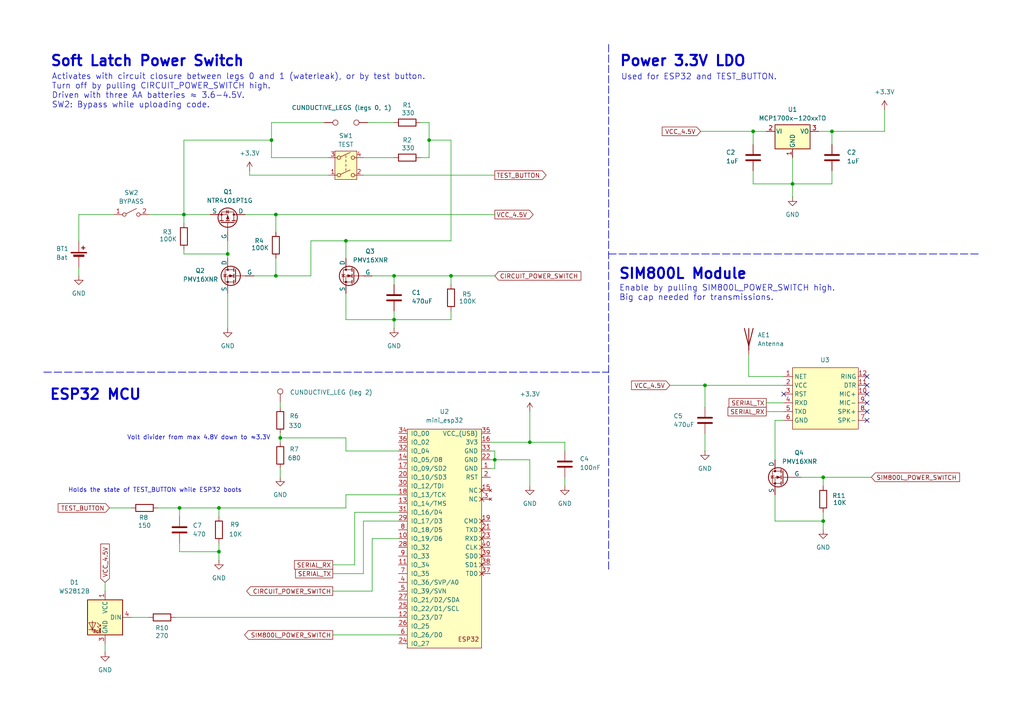
<source format=kicad_sch>
(kicad_sch
	(version 20231120)
	(generator "eeschema")
	(generator_version "8.0")
	(uuid "60aaadb6-22e4-4148-b1e3-ea6c0e67e0dd")
	(paper "A4")
	(title_block
		(title "Waterleak-SMS-alarm")
	)
	(lib_symbols
		(symbol "Connector:TestPoint"
			(pin_numbers hide)
			(pin_names
				(offset 0.762) hide)
			(exclude_from_sim no)
			(in_bom yes)
			(on_board yes)
			(property "Reference" "TP"
				(at 0 6.858 0)
				(effects
					(font
						(size 1.27 1.27)
					)
				)
			)
			(property "Value" "TestPoint"
				(at 0 5.08 0)
				(effects
					(font
						(size 1.27 1.27)
					)
				)
			)
			(property "Footprint" ""
				(at 5.08 0 0)
				(effects
					(font
						(size 1.27 1.27)
					)
					(hide yes)
				)
			)
			(property "Datasheet" "~"
				(at 5.08 0 0)
				(effects
					(font
						(size 1.27 1.27)
					)
					(hide yes)
				)
			)
			(property "Description" "test point"
				(at 0 0 0)
				(effects
					(font
						(size 1.27 1.27)
					)
					(hide yes)
				)
			)
			(property "ki_keywords" "test point tp"
				(at 0 0 0)
				(effects
					(font
						(size 1.27 1.27)
					)
					(hide yes)
				)
			)
			(property "ki_fp_filters" "Pin* Test*"
				(at 0 0 0)
				(effects
					(font
						(size 1.27 1.27)
					)
					(hide yes)
				)
			)
			(symbol "TestPoint_0_1"
				(circle
					(center 0 3.302)
					(radius 0.762)
					(stroke
						(width 0)
						(type default)
					)
					(fill
						(type none)
					)
				)
			)
			(symbol "TestPoint_1_1"
				(pin passive line
					(at 0 0 90)
					(length 2.54)
					(name "1"
						(effects
							(font
								(size 1.27 1.27)
							)
						)
					)
					(number "1"
						(effects
							(font
								(size 1.27 1.27)
							)
						)
					)
				)
			)
		)
		(symbol "Device:Antenna"
			(pin_numbers hide)
			(pin_names
				(offset 1.016) hide)
			(exclude_from_sim no)
			(in_bom yes)
			(on_board yes)
			(property "Reference" "AE"
				(at -1.905 1.905 0)
				(effects
					(font
						(size 1.27 1.27)
					)
					(justify right)
				)
			)
			(property "Value" "Antenna"
				(at -1.905 0 0)
				(effects
					(font
						(size 1.27 1.27)
					)
					(justify right)
				)
			)
			(property "Footprint" ""
				(at 0 0 0)
				(effects
					(font
						(size 1.27 1.27)
					)
					(hide yes)
				)
			)
			(property "Datasheet" "~"
				(at 0 0 0)
				(effects
					(font
						(size 1.27 1.27)
					)
					(hide yes)
				)
			)
			(property "Description" "Antenna"
				(at 0 0 0)
				(effects
					(font
						(size 1.27 1.27)
					)
					(hide yes)
				)
			)
			(property "ki_keywords" "antenna"
				(at 0 0 0)
				(effects
					(font
						(size 1.27 1.27)
					)
					(hide yes)
				)
			)
			(symbol "Antenna_0_1"
				(polyline
					(pts
						(xy 0 2.54) (xy 0 -3.81)
					)
					(stroke
						(width 0.254)
						(type default)
					)
					(fill
						(type none)
					)
				)
				(polyline
					(pts
						(xy 1.27 2.54) (xy 0 -2.54) (xy -1.27 2.54)
					)
					(stroke
						(width 0.254)
						(type default)
					)
					(fill
						(type none)
					)
				)
			)
			(symbol "Antenna_1_1"
				(pin input line
					(at 0 -5.08 90)
					(length 2.54)
					(name "A"
						(effects
							(font
								(size 1.27 1.27)
							)
						)
					)
					(number "1"
						(effects
							(font
								(size 1.27 1.27)
							)
						)
					)
				)
			)
		)
		(symbol "Device:Battery_Cell"
			(pin_numbers hide)
			(pin_names
				(offset 0) hide)
			(exclude_from_sim no)
			(in_bom yes)
			(on_board yes)
			(property "Reference" "BT"
				(at 2.54 2.54 0)
				(effects
					(font
						(size 1.27 1.27)
					)
					(justify left)
				)
			)
			(property "Value" "Battery_Cell"
				(at 2.54 0 0)
				(effects
					(font
						(size 1.27 1.27)
					)
					(justify left)
				)
			)
			(property "Footprint" ""
				(at 0 1.524 90)
				(effects
					(font
						(size 1.27 1.27)
					)
					(hide yes)
				)
			)
			(property "Datasheet" "~"
				(at 0 1.524 90)
				(effects
					(font
						(size 1.27 1.27)
					)
					(hide yes)
				)
			)
			(property "Description" "Single-cell battery"
				(at 0 0 0)
				(effects
					(font
						(size 1.27 1.27)
					)
					(hide yes)
				)
			)
			(property "ki_keywords" "battery cell"
				(at 0 0 0)
				(effects
					(font
						(size 1.27 1.27)
					)
					(hide yes)
				)
			)
			(symbol "Battery_Cell_0_1"
				(rectangle
					(start -2.286 1.778)
					(end 2.286 1.524)
					(stroke
						(width 0)
						(type default)
					)
					(fill
						(type outline)
					)
				)
				(rectangle
					(start -1.524 1.016)
					(end 1.524 0.508)
					(stroke
						(width 0)
						(type default)
					)
					(fill
						(type outline)
					)
				)
				(polyline
					(pts
						(xy 0 0.762) (xy 0 0)
					)
					(stroke
						(width 0)
						(type default)
					)
					(fill
						(type none)
					)
				)
				(polyline
					(pts
						(xy 0 1.778) (xy 0 2.54)
					)
					(stroke
						(width 0)
						(type default)
					)
					(fill
						(type none)
					)
				)
				(polyline
					(pts
						(xy 0.762 3.048) (xy 1.778 3.048)
					)
					(stroke
						(width 0.254)
						(type default)
					)
					(fill
						(type none)
					)
				)
				(polyline
					(pts
						(xy 1.27 3.556) (xy 1.27 2.54)
					)
					(stroke
						(width 0.254)
						(type default)
					)
					(fill
						(type none)
					)
				)
			)
			(symbol "Battery_Cell_1_1"
				(pin passive line
					(at 0 5.08 270)
					(length 2.54)
					(name "+"
						(effects
							(font
								(size 1.27 1.27)
							)
						)
					)
					(number "1"
						(effects
							(font
								(size 1.27 1.27)
							)
						)
					)
				)
				(pin passive line
					(at 0 -2.54 90)
					(length 2.54)
					(name "-"
						(effects
							(font
								(size 1.27 1.27)
							)
						)
					)
					(number "2"
						(effects
							(font
								(size 1.27 1.27)
							)
						)
					)
				)
			)
		)
		(symbol "Device:C"
			(pin_numbers hide)
			(pin_names
				(offset 0.254)
			)
			(exclude_from_sim no)
			(in_bom yes)
			(on_board yes)
			(property "Reference" "C"
				(at 0.635 2.54 0)
				(effects
					(font
						(size 1.27 1.27)
					)
					(justify left)
				)
			)
			(property "Value" "C"
				(at 0.635 -2.54 0)
				(effects
					(font
						(size 1.27 1.27)
					)
					(justify left)
				)
			)
			(property "Footprint" ""
				(at 0.9652 -3.81 0)
				(effects
					(font
						(size 1.27 1.27)
					)
					(hide yes)
				)
			)
			(property "Datasheet" "~"
				(at 0 0 0)
				(effects
					(font
						(size 1.27 1.27)
					)
					(hide yes)
				)
			)
			(property "Description" "Unpolarized capacitor"
				(at 0 0 0)
				(effects
					(font
						(size 1.27 1.27)
					)
					(hide yes)
				)
			)
			(property "ki_keywords" "cap capacitor"
				(at 0 0 0)
				(effects
					(font
						(size 1.27 1.27)
					)
					(hide yes)
				)
			)
			(property "ki_fp_filters" "C_*"
				(at 0 0 0)
				(effects
					(font
						(size 1.27 1.27)
					)
					(hide yes)
				)
			)
			(symbol "C_0_1"
				(polyline
					(pts
						(xy -2.032 -0.762) (xy 2.032 -0.762)
					)
					(stroke
						(width 0.508)
						(type default)
					)
					(fill
						(type none)
					)
				)
				(polyline
					(pts
						(xy -2.032 0.762) (xy 2.032 0.762)
					)
					(stroke
						(width 0.508)
						(type default)
					)
					(fill
						(type none)
					)
				)
			)
			(symbol "C_1_1"
				(pin passive line
					(at 0 3.81 270)
					(length 2.794)
					(name "~"
						(effects
							(font
								(size 1.27 1.27)
							)
						)
					)
					(number "1"
						(effects
							(font
								(size 1.27 1.27)
							)
						)
					)
				)
				(pin passive line
					(at 0 -3.81 90)
					(length 2.794)
					(name "~"
						(effects
							(font
								(size 1.27 1.27)
							)
						)
					)
					(number "2"
						(effects
							(font
								(size 1.27 1.27)
							)
						)
					)
				)
			)
		)
		(symbol "Device:R"
			(pin_numbers hide)
			(pin_names
				(offset 0)
			)
			(exclude_from_sim no)
			(in_bom yes)
			(on_board yes)
			(property "Reference" "R"
				(at 2.032 0 90)
				(effects
					(font
						(size 1.27 1.27)
					)
				)
			)
			(property "Value" "R"
				(at 0 0 90)
				(effects
					(font
						(size 1.27 1.27)
					)
				)
			)
			(property "Footprint" ""
				(at -1.778 0 90)
				(effects
					(font
						(size 1.27 1.27)
					)
					(hide yes)
				)
			)
			(property "Datasheet" "~"
				(at 0 0 0)
				(effects
					(font
						(size 1.27 1.27)
					)
					(hide yes)
				)
			)
			(property "Description" "Resistor"
				(at 0 0 0)
				(effects
					(font
						(size 1.27 1.27)
					)
					(hide yes)
				)
			)
			(property "ki_keywords" "R res resistor"
				(at 0 0 0)
				(effects
					(font
						(size 1.27 1.27)
					)
					(hide yes)
				)
			)
			(property "ki_fp_filters" "R_*"
				(at 0 0 0)
				(effects
					(font
						(size 1.27 1.27)
					)
					(hide yes)
				)
			)
			(symbol "R_0_1"
				(rectangle
					(start -1.016 -2.54)
					(end 1.016 2.54)
					(stroke
						(width 0.254)
						(type default)
					)
					(fill
						(type none)
					)
				)
			)
			(symbol "R_1_1"
				(pin passive line
					(at 0 3.81 270)
					(length 1.27)
					(name "~"
						(effects
							(font
								(size 1.27 1.27)
							)
						)
					)
					(number "1"
						(effects
							(font
								(size 1.27 1.27)
							)
						)
					)
				)
				(pin passive line
					(at 0 -3.81 90)
					(length 1.27)
					(name "~"
						(effects
							(font
								(size 1.27 1.27)
							)
						)
					)
					(number "2"
						(effects
							(font
								(size 1.27 1.27)
							)
						)
					)
				)
			)
		)
		(symbol "LED:WS2812B"
			(pin_names
				(offset 0.254)
			)
			(exclude_from_sim no)
			(in_bom yes)
			(on_board yes)
			(property "Reference" "D2"
				(at 11.43 6.3186 0)
				(effects
					(font
						(size 1.27 1.27)
					)
				)
			)
			(property "Value" "WS2812B"
				(at 11.43 3.7786 0)
				(effects
					(font
						(size 1.27 1.27)
					)
				)
			)
			(property "Footprint" "LED_SMD:LED_WS2812B_PLCC4_5.0x5.0mm_P3.2mm"
				(at 1.27 -7.62 0)
				(effects
					(font
						(size 1.27 1.27)
					)
					(justify left top)
					(hide yes)
				)
			)
			(property "Datasheet" "https://cdn-shop.adafruit.com/datasheets/WS2812B.pdf"
				(at 2.54 -9.525 0)
				(effects
					(font
						(size 1.27 1.27)
					)
					(justify left top)
					(hide yes)
				)
			)
			(property "Description" "RGB LED with integrated controller"
				(at 1.27 -13.208 0)
				(effects
					(font
						(size 1.27 1.27)
					)
					(hide yes)
				)
			)
			(property "ki_keywords" "RGB LED NeoPixel addressable"
				(at 0 0 0)
				(effects
					(font
						(size 1.27 1.27)
					)
					(hide yes)
				)
			)
			(property "ki_fp_filters" "LED*WS2812*PLCC*5.0x5.0mm*P3.2mm*"
				(at 0 0 0)
				(effects
					(font
						(size 1.27 1.27)
					)
					(hide yes)
				)
			)
			(symbol "WS2812B_0_0"
				(text "RGB"
					(at 2.286 -4.191 0)
					(effects
						(font
							(size 0.762 0.762)
						)
					)
				)
			)
			(symbol "WS2812B_0_1"
				(rectangle
					(start -5.08 5.08)
					(end 5.08 -5.08)
					(stroke
						(width 0.254)
						(type default)
					)
					(fill
						(type background)
					)
				)
				(polyline
					(pts
						(xy 1.27 -3.556) (xy 1.778 -3.556)
					)
					(stroke
						(width 0)
						(type default)
					)
					(fill
						(type none)
					)
				)
				(polyline
					(pts
						(xy 1.27 -2.54) (xy 1.778 -2.54)
					)
					(stroke
						(width 0)
						(type default)
					)
					(fill
						(type none)
					)
				)
				(polyline
					(pts
						(xy 4.699 -3.556) (xy 2.667 -3.556)
					)
					(stroke
						(width 0)
						(type default)
					)
					(fill
						(type none)
					)
				)
				(polyline
					(pts
						(xy 2.286 -2.54) (xy 1.27 -3.556) (xy 1.27 -3.048)
					)
					(stroke
						(width 0)
						(type default)
					)
					(fill
						(type none)
					)
				)
				(polyline
					(pts
						(xy 2.286 -1.524) (xy 1.27 -2.54) (xy 1.27 -2.032)
					)
					(stroke
						(width 0)
						(type default)
					)
					(fill
						(type none)
					)
				)
				(polyline
					(pts
						(xy 3.683 -1.016) (xy 3.683 -3.556) (xy 3.683 -4.064)
					)
					(stroke
						(width 0)
						(type default)
					)
					(fill
						(type none)
					)
				)
				(polyline
					(pts
						(xy 4.699 -1.524) (xy 2.667 -1.524) (xy 3.683 -3.556) (xy 4.699 -1.524)
					)
					(stroke
						(width 0)
						(type default)
					)
					(fill
						(type none)
					)
				)
			)
			(symbol "WS2812B_1_1"
				(pin power_in line
					(at 0 7.62 270)
					(length 2.54)
					(name "VCC"
						(effects
							(font
								(size 1.27 1.27)
							)
						)
					)
					(number "1"
						(effects
							(font
								(size 1.27 1.27)
							)
						)
					)
				)
				(pin passive line
					(at 0 -7.62 90)
					(length 2.54)
					(name "GND"
						(effects
							(font
								(size 1.27 1.27)
							)
						)
					)
					(number "3"
						(effects
							(font
								(size 1.27 1.27)
							)
						)
					)
				)
				(pin input line
					(at -7.62 0 0)
					(length 2.54)
					(name "DIN"
						(effects
							(font
								(size 1.27 1.27)
							)
						)
					)
					(number "4"
						(effects
							(font
								(size 1.27 1.27)
							)
						)
					)
				)
			)
		)
		(symbol "Regulator_Linear:MCP1700x-120xxMB"
			(pin_names
				(offset 0.254)
			)
			(exclude_from_sim no)
			(in_bom yes)
			(on_board yes)
			(property "Reference" "U"
				(at -3.81 3.175 0)
				(effects
					(font
						(size 1.27 1.27)
					)
				)
			)
			(property "Value" "MCP1700x-120xxMB"
				(at 0 3.175 0)
				(effects
					(font
						(size 1.27 1.27)
					)
					(justify left)
				)
			)
			(property "Footprint" "Package_TO_SOT_SMD:SOT-89-3"
				(at 0 5.08 0)
				(effects
					(font
						(size 1.27 1.27)
					)
					(hide yes)
				)
			)
			(property "Datasheet" "http://ww1.microchip.com/downloads/en/DeviceDoc/20001826D.pdf"
				(at 0 -1.27 0)
				(effects
					(font
						(size 1.27 1.27)
					)
					(hide yes)
				)
			)
			(property "Description" "250mA Low Quiscent Current LDO, 1.2V output, SOT-89"
				(at 0 0 0)
				(effects
					(font
						(size 1.27 1.27)
					)
					(hide yes)
				)
			)
			(property "ki_keywords" "regulator linear ldo"
				(at 0 0 0)
				(effects
					(font
						(size 1.27 1.27)
					)
					(hide yes)
				)
			)
			(property "ki_fp_filters" "SOT?89*"
				(at 0 0 0)
				(effects
					(font
						(size 1.27 1.27)
					)
					(hide yes)
				)
			)
			(symbol "MCP1700x-120xxMB_0_1"
				(rectangle
					(start -5.08 -5.08)
					(end 5.08 1.905)
					(stroke
						(width 0.254)
						(type default)
					)
					(fill
						(type background)
					)
				)
			)
			(symbol "MCP1700x-120xxMB_1_1"
				(pin power_in line
					(at 0 -7.62 90)
					(length 2.54)
					(name "GND"
						(effects
							(font
								(size 1.27 1.27)
							)
						)
					)
					(number "1"
						(effects
							(font
								(size 1.27 1.27)
							)
						)
					)
				)
				(pin power_in line
					(at -7.62 0 0)
					(length 2.54)
					(name "VI"
						(effects
							(font
								(size 1.27 1.27)
							)
						)
					)
					(number "2"
						(effects
							(font
								(size 1.27 1.27)
							)
						)
					)
				)
				(pin power_out line
					(at 7.62 0 180)
					(length 2.54)
					(name "VO"
						(effects
							(font
								(size 1.27 1.27)
							)
						)
					)
					(number "3"
						(effects
							(font
								(size 1.27 1.27)
							)
						)
					)
				)
			)
		)
		(symbol "Simulation_SPICE:NMOS"
			(pin_numbers hide)
			(pin_names
				(offset 0)
			)
			(exclude_from_sim no)
			(in_bom yes)
			(on_board yes)
			(property "Reference" "Q"
				(at 5.08 1.27 0)
				(effects
					(font
						(size 1.27 1.27)
					)
					(justify left)
				)
			)
			(property "Value" "NMOS"
				(at 5.08 -1.27 0)
				(effects
					(font
						(size 1.27 1.27)
					)
					(justify left)
				)
			)
			(property "Footprint" ""
				(at 5.08 2.54 0)
				(effects
					(font
						(size 1.27 1.27)
					)
					(hide yes)
				)
			)
			(property "Datasheet" "https://ngspice.sourceforge.io/docs/ngspice-html-manual/manual.xhtml#cha_MOSFETs"
				(at 0 -12.7 0)
				(effects
					(font
						(size 1.27 1.27)
					)
					(hide yes)
				)
			)
			(property "Description" "N-MOSFET transistor, drain/source/gate"
				(at 0 0 0)
				(effects
					(font
						(size 1.27 1.27)
					)
					(hide yes)
				)
			)
			(property "Sim.Device" "NMOS"
				(at 0 -17.145 0)
				(effects
					(font
						(size 1.27 1.27)
					)
					(hide yes)
				)
			)
			(property "Sim.Type" "VDMOS"
				(at 0 -19.05 0)
				(effects
					(font
						(size 1.27 1.27)
					)
					(hide yes)
				)
			)
			(property "Sim.Pins" "1=D 2=G 3=S"
				(at 0 -15.24 0)
				(effects
					(font
						(size 1.27 1.27)
					)
					(hide yes)
				)
			)
			(property "ki_keywords" "transistor NMOS N-MOS N-MOSFET simulation"
				(at 0 0 0)
				(effects
					(font
						(size 1.27 1.27)
					)
					(hide yes)
				)
			)
			(symbol "NMOS_0_1"
				(polyline
					(pts
						(xy 0.254 0) (xy -2.54 0)
					)
					(stroke
						(width 0)
						(type default)
					)
					(fill
						(type none)
					)
				)
				(polyline
					(pts
						(xy 0.254 1.905) (xy 0.254 -1.905)
					)
					(stroke
						(width 0.254)
						(type default)
					)
					(fill
						(type none)
					)
				)
				(polyline
					(pts
						(xy 0.762 -1.27) (xy 0.762 -2.286)
					)
					(stroke
						(width 0.254)
						(type default)
					)
					(fill
						(type none)
					)
				)
				(polyline
					(pts
						(xy 0.762 0.508) (xy 0.762 -0.508)
					)
					(stroke
						(width 0.254)
						(type default)
					)
					(fill
						(type none)
					)
				)
				(polyline
					(pts
						(xy 0.762 2.286) (xy 0.762 1.27)
					)
					(stroke
						(width 0.254)
						(type default)
					)
					(fill
						(type none)
					)
				)
				(polyline
					(pts
						(xy 2.54 2.54) (xy 2.54 1.778)
					)
					(stroke
						(width 0)
						(type default)
					)
					(fill
						(type none)
					)
				)
				(polyline
					(pts
						(xy 2.54 -2.54) (xy 2.54 0) (xy 0.762 0)
					)
					(stroke
						(width 0)
						(type default)
					)
					(fill
						(type none)
					)
				)
				(polyline
					(pts
						(xy 0.762 -1.778) (xy 3.302 -1.778) (xy 3.302 1.778) (xy 0.762 1.778)
					)
					(stroke
						(width 0)
						(type default)
					)
					(fill
						(type none)
					)
				)
				(polyline
					(pts
						(xy 1.016 0) (xy 2.032 0.381) (xy 2.032 -0.381) (xy 1.016 0)
					)
					(stroke
						(width 0)
						(type default)
					)
					(fill
						(type outline)
					)
				)
				(polyline
					(pts
						(xy 2.794 0.508) (xy 2.921 0.381) (xy 3.683 0.381) (xy 3.81 0.254)
					)
					(stroke
						(width 0)
						(type default)
					)
					(fill
						(type none)
					)
				)
				(polyline
					(pts
						(xy 3.302 0.381) (xy 2.921 -0.254) (xy 3.683 -0.254) (xy 3.302 0.381)
					)
					(stroke
						(width 0)
						(type default)
					)
					(fill
						(type none)
					)
				)
				(circle
					(center 1.651 0)
					(radius 2.794)
					(stroke
						(width 0.254)
						(type default)
					)
					(fill
						(type none)
					)
				)
				(circle
					(center 2.54 -1.778)
					(radius 0.254)
					(stroke
						(width 0)
						(type default)
					)
					(fill
						(type outline)
					)
				)
				(circle
					(center 2.54 1.778)
					(radius 0.254)
					(stroke
						(width 0)
						(type default)
					)
					(fill
						(type outline)
					)
				)
			)
			(symbol "NMOS_1_1"
				(pin passive line
					(at 2.54 5.08 270)
					(length 2.54)
					(name "D"
						(effects
							(font
								(size 1.27 1.27)
							)
						)
					)
					(number "1"
						(effects
							(font
								(size 1.27 1.27)
							)
						)
					)
				)
				(pin input line
					(at -5.08 0 0)
					(length 2.54)
					(name "G"
						(effects
							(font
								(size 1.27 1.27)
							)
						)
					)
					(number "2"
						(effects
							(font
								(size 1.27 1.27)
							)
						)
					)
				)
				(pin passive line
					(at 2.54 -5.08 90)
					(length 2.54)
					(name "S"
						(effects
							(font
								(size 1.27 1.27)
							)
						)
					)
					(number "3"
						(effects
							(font
								(size 1.27 1.27)
							)
						)
					)
				)
			)
		)
		(symbol "Simulation_SPICE:PMOS"
			(pin_numbers hide)
			(pin_names
				(offset 0)
			)
			(exclude_from_sim no)
			(in_bom yes)
			(on_board yes)
			(property "Reference" "Q"
				(at 5.08 1.27 0)
				(effects
					(font
						(size 1.27 1.27)
					)
					(justify left)
				)
			)
			(property "Value" "PMOS"
				(at 5.08 -1.27 0)
				(effects
					(font
						(size 1.27 1.27)
					)
					(justify left)
				)
			)
			(property "Footprint" ""
				(at 5.08 2.54 0)
				(effects
					(font
						(size 1.27 1.27)
					)
					(hide yes)
				)
			)
			(property "Datasheet" "https://ngspice.sourceforge.io/docs/ngspice-html-manual/manual.xhtml#cha_MOSFETs"
				(at 0 -12.7 0)
				(effects
					(font
						(size 1.27 1.27)
					)
					(hide yes)
				)
			)
			(property "Description" "P-MOSFET transistor, drain/source/gate"
				(at 0 0 0)
				(effects
					(font
						(size 1.27 1.27)
					)
					(hide yes)
				)
			)
			(property "Sim.Device" "PMOS"
				(at 0 -17.145 0)
				(effects
					(font
						(size 1.27 1.27)
					)
					(hide yes)
				)
			)
			(property "Sim.Type" "VDMOS"
				(at 0 -19.05 0)
				(effects
					(font
						(size 1.27 1.27)
					)
					(hide yes)
				)
			)
			(property "Sim.Pins" "1=D 2=G 3=S"
				(at 0 -15.24 0)
				(effects
					(font
						(size 1.27 1.27)
					)
					(hide yes)
				)
			)
			(property "ki_keywords" "transistor PMOS P-MOS P-MOSFET simulation"
				(at 0 0 0)
				(effects
					(font
						(size 1.27 1.27)
					)
					(hide yes)
				)
			)
			(symbol "PMOS_0_1"
				(polyline
					(pts
						(xy 0.254 0) (xy -2.54 0)
					)
					(stroke
						(width 0)
						(type default)
					)
					(fill
						(type none)
					)
				)
				(polyline
					(pts
						(xy 0.254 1.905) (xy 0.254 -1.905)
					)
					(stroke
						(width 0.254)
						(type default)
					)
					(fill
						(type none)
					)
				)
				(polyline
					(pts
						(xy 0.762 -1.27) (xy 0.762 -2.286)
					)
					(stroke
						(width 0.254)
						(type default)
					)
					(fill
						(type none)
					)
				)
				(polyline
					(pts
						(xy 0.762 0.508) (xy 0.762 -0.508)
					)
					(stroke
						(width 0.254)
						(type default)
					)
					(fill
						(type none)
					)
				)
				(polyline
					(pts
						(xy 0.762 2.286) (xy 0.762 1.27)
					)
					(stroke
						(width 0.254)
						(type default)
					)
					(fill
						(type none)
					)
				)
				(polyline
					(pts
						(xy 2.54 2.54) (xy 2.54 1.778)
					)
					(stroke
						(width 0)
						(type default)
					)
					(fill
						(type none)
					)
				)
				(polyline
					(pts
						(xy 2.54 -2.54) (xy 2.54 0) (xy 0.762 0)
					)
					(stroke
						(width 0)
						(type default)
					)
					(fill
						(type none)
					)
				)
				(polyline
					(pts
						(xy 0.762 1.778) (xy 3.302 1.778) (xy 3.302 -1.778) (xy 0.762 -1.778)
					)
					(stroke
						(width 0)
						(type default)
					)
					(fill
						(type none)
					)
				)
				(polyline
					(pts
						(xy 2.286 0) (xy 1.27 0.381) (xy 1.27 -0.381) (xy 2.286 0)
					)
					(stroke
						(width 0)
						(type default)
					)
					(fill
						(type outline)
					)
				)
				(polyline
					(pts
						(xy 2.794 -0.508) (xy 2.921 -0.381) (xy 3.683 -0.381) (xy 3.81 -0.254)
					)
					(stroke
						(width 0)
						(type default)
					)
					(fill
						(type none)
					)
				)
				(polyline
					(pts
						(xy 3.302 -0.381) (xy 2.921 0.254) (xy 3.683 0.254) (xy 3.302 -0.381)
					)
					(stroke
						(width 0)
						(type default)
					)
					(fill
						(type none)
					)
				)
				(circle
					(center 1.651 0)
					(radius 2.794)
					(stroke
						(width 0.254)
						(type default)
					)
					(fill
						(type none)
					)
				)
				(circle
					(center 2.54 -1.778)
					(radius 0.254)
					(stroke
						(width 0)
						(type default)
					)
					(fill
						(type outline)
					)
				)
				(circle
					(center 2.54 1.778)
					(radius 0.254)
					(stroke
						(width 0)
						(type default)
					)
					(fill
						(type outline)
					)
				)
			)
			(symbol "PMOS_1_1"
				(pin passive line
					(at 2.54 5.08 270)
					(length 2.54)
					(name "D"
						(effects
							(font
								(size 1.27 1.27)
							)
						)
					)
					(number "1"
						(effects
							(font
								(size 1.27 1.27)
							)
						)
					)
				)
				(pin input line
					(at -5.08 0 0)
					(length 2.54)
					(name "G"
						(effects
							(font
								(size 1.27 1.27)
							)
						)
					)
					(number "2"
						(effects
							(font
								(size 1.27 1.27)
							)
						)
					)
				)
				(pin passive line
					(at 2.54 -5.08 90)
					(length 2.54)
					(name "S"
						(effects
							(font
								(size 1.27 1.27)
							)
						)
					)
					(number "3"
						(effects
							(font
								(size 1.27 1.27)
							)
						)
					)
				)
			)
		)
		(symbol "Switch:SW_DPST"
			(pin_names
				(offset 0) hide)
			(exclude_from_sim no)
			(in_bom yes)
			(on_board yes)
			(property "Reference" "SW"
				(at 0 6.35 0)
				(effects
					(font
						(size 1.27 1.27)
					)
				)
			)
			(property "Value" "SW_DPST"
				(at 0 -5.08 0)
				(effects
					(font
						(size 1.27 1.27)
					)
				)
			)
			(property "Footprint" ""
				(at 0 0 0)
				(effects
					(font
						(size 1.27 1.27)
					)
					(hide yes)
				)
			)
			(property "Datasheet" "~"
				(at 0 0 0)
				(effects
					(font
						(size 1.27 1.27)
					)
					(hide yes)
				)
			)
			(property "Description" "Double Pole Single Throw (DPST) Switch"
				(at 0 0 0)
				(effects
					(font
						(size 1.27 1.27)
					)
					(hide yes)
				)
			)
			(property "ki_keywords" "switch dual double-pole single-throw OFF-ON"
				(at 0 0 0)
				(effects
					(font
						(size 1.27 1.27)
					)
					(hide yes)
				)
			)
			(symbol "SW_DPST_0_0"
				(circle
					(center -2.032 -2.54)
					(radius 0.508)
					(stroke
						(width 0)
						(type default)
					)
					(fill
						(type none)
					)
				)
				(circle
					(center -2.032 2.54)
					(radius 0.508)
					(stroke
						(width 0)
						(type default)
					)
					(fill
						(type none)
					)
				)
				(polyline
					(pts
						(xy -1.524 -2.286) (xy 1.27 -1.016)
					)
					(stroke
						(width 0)
						(type default)
					)
					(fill
						(type none)
					)
				)
				(polyline
					(pts
						(xy -1.524 2.794) (xy 1.27 4.064)
					)
					(stroke
						(width 0)
						(type default)
					)
					(fill
						(type none)
					)
				)
				(polyline
					(pts
						(xy 0 -1.27) (xy 0 -0.635)
					)
					(stroke
						(width 0)
						(type default)
					)
					(fill
						(type none)
					)
				)
				(polyline
					(pts
						(xy 0 0) (xy 0 0.635)
					)
					(stroke
						(width 0)
						(type default)
					)
					(fill
						(type none)
					)
				)
				(polyline
					(pts
						(xy 0 1.27) (xy 0 1.905)
					)
					(stroke
						(width 0)
						(type default)
					)
					(fill
						(type none)
					)
				)
				(polyline
					(pts
						(xy 0 2.54) (xy 0 3.175)
					)
					(stroke
						(width 0)
						(type default)
					)
					(fill
						(type none)
					)
				)
				(circle
					(center 2.032 -2.54)
					(radius 0.508)
					(stroke
						(width 0)
						(type default)
					)
					(fill
						(type none)
					)
				)
				(circle
					(center 2.032 2.54)
					(radius 0.508)
					(stroke
						(width 0)
						(type default)
					)
					(fill
						(type none)
					)
				)
			)
			(symbol "SW_DPST_1_1"
				(rectangle
					(start -3.175 4.445)
					(end 3.175 -3.81)
					(stroke
						(width 0)
						(type default)
					)
					(fill
						(type background)
					)
				)
				(pin passive line
					(at -5.08 -2.54 0)
					(length 2.54)
					(name "1"
						(effects
							(font
								(size 1.27 1.27)
							)
						)
					)
					(number "1"
						(effects
							(font
								(size 1.27 1.27)
							)
						)
					)
				)
				(pin passive line
					(at 5.08 -2.54 180)
					(length 2.54)
					(name "2"
						(effects
							(font
								(size 1.27 1.27)
							)
						)
					)
					(number "2"
						(effects
							(font
								(size 1.27 1.27)
							)
						)
					)
				)
				(pin passive line
					(at -5.08 2.54 0)
					(length 2.54)
					(name "3"
						(effects
							(font
								(size 1.27 1.27)
							)
						)
					)
					(number "3"
						(effects
							(font
								(size 1.27 1.27)
							)
						)
					)
				)
				(pin passive line
					(at 5.08 2.54 180)
					(length 2.54)
					(name "4"
						(effects
							(font
								(size 1.27 1.27)
							)
						)
					)
					(number "4"
						(effects
							(font
								(size 1.27 1.27)
							)
						)
					)
				)
			)
		)
		(symbol "Switch:SW_SPST"
			(pin_names
				(offset 0) hide)
			(exclude_from_sim no)
			(in_bom yes)
			(on_board yes)
			(property "Reference" "SW"
				(at 0 3.175 0)
				(effects
					(font
						(size 1.27 1.27)
					)
				)
			)
			(property "Value" "SW_SPST"
				(at 0 -2.54 0)
				(effects
					(font
						(size 1.27 1.27)
					)
				)
			)
			(property "Footprint" ""
				(at 0 0 0)
				(effects
					(font
						(size 1.27 1.27)
					)
					(hide yes)
				)
			)
			(property "Datasheet" "~"
				(at 0 0 0)
				(effects
					(font
						(size 1.27 1.27)
					)
					(hide yes)
				)
			)
			(property "Description" "Single Pole Single Throw (SPST) switch"
				(at 0 0 0)
				(effects
					(font
						(size 1.27 1.27)
					)
					(hide yes)
				)
			)
			(property "ki_keywords" "switch lever"
				(at 0 0 0)
				(effects
					(font
						(size 1.27 1.27)
					)
					(hide yes)
				)
			)
			(symbol "SW_SPST_0_0"
				(circle
					(center -2.032 0)
					(radius 0.508)
					(stroke
						(width 0)
						(type default)
					)
					(fill
						(type none)
					)
				)
				(polyline
					(pts
						(xy -1.524 0.254) (xy 1.524 1.778)
					)
					(stroke
						(width 0)
						(type default)
					)
					(fill
						(type none)
					)
				)
				(circle
					(center 2.032 0)
					(radius 0.508)
					(stroke
						(width 0)
						(type default)
					)
					(fill
						(type none)
					)
				)
			)
			(symbol "SW_SPST_1_1"
				(pin passive line
					(at -5.08 0 0)
					(length 2.54)
					(name "A"
						(effects
							(font
								(size 1.27 1.27)
							)
						)
					)
					(number "1"
						(effects
							(font
								(size 1.27 1.27)
							)
						)
					)
				)
				(pin passive line
					(at 5.08 0 180)
					(length 2.54)
					(name "B"
						(effects
							(font
								(size 1.27 1.27)
							)
						)
					)
					(number "2"
						(effects
							(font
								(size 1.27 1.27)
							)
						)
					)
				)
			)
		)
		(symbol "power:+3.3V"
			(power)
			(pin_numbers hide)
			(pin_names
				(offset 0) hide)
			(exclude_from_sim no)
			(in_bom yes)
			(on_board yes)
			(property "Reference" "#PWR"
				(at 0 -3.81 0)
				(effects
					(font
						(size 1.27 1.27)
					)
					(hide yes)
				)
			)
			(property "Value" "+3.3V"
				(at 0 3.556 0)
				(effects
					(font
						(size 1.27 1.27)
					)
				)
			)
			(property "Footprint" ""
				(at 0 0 0)
				(effects
					(font
						(size 1.27 1.27)
					)
					(hide yes)
				)
			)
			(property "Datasheet" ""
				(at 0 0 0)
				(effects
					(font
						(size 1.27 1.27)
					)
					(hide yes)
				)
			)
			(property "Description" "Power symbol creates a global label with name \"+3.3V\""
				(at 0 0 0)
				(effects
					(font
						(size 1.27 1.27)
					)
					(hide yes)
				)
			)
			(property "ki_keywords" "global power"
				(at 0 0 0)
				(effects
					(font
						(size 1.27 1.27)
					)
					(hide yes)
				)
			)
			(symbol "+3.3V_0_1"
				(polyline
					(pts
						(xy -0.762 1.27) (xy 0 2.54)
					)
					(stroke
						(width 0)
						(type default)
					)
					(fill
						(type none)
					)
				)
				(polyline
					(pts
						(xy 0 0) (xy 0 2.54)
					)
					(stroke
						(width 0)
						(type default)
					)
					(fill
						(type none)
					)
				)
				(polyline
					(pts
						(xy 0 2.54) (xy 0.762 1.27)
					)
					(stroke
						(width 0)
						(type default)
					)
					(fill
						(type none)
					)
				)
			)
			(symbol "+3.3V_1_1"
				(pin power_in line
					(at 0 0 90)
					(length 0)
					(name "~"
						(effects
							(font
								(size 1.27 1.27)
							)
						)
					)
					(number "1"
						(effects
							(font
								(size 1.27 1.27)
							)
						)
					)
				)
			)
		)
		(symbol "power:GND"
			(power)
			(pin_numbers hide)
			(pin_names
				(offset 0) hide)
			(exclude_from_sim no)
			(in_bom yes)
			(on_board yes)
			(property "Reference" "#PWR"
				(at 0 -6.35 0)
				(effects
					(font
						(size 1.27 1.27)
					)
					(hide yes)
				)
			)
			(property "Value" "GND"
				(at 0 -3.81 0)
				(effects
					(font
						(size 1.27 1.27)
					)
				)
			)
			(property "Footprint" ""
				(at 0 0 0)
				(effects
					(font
						(size 1.27 1.27)
					)
					(hide yes)
				)
			)
			(property "Datasheet" ""
				(at 0 0 0)
				(effects
					(font
						(size 1.27 1.27)
					)
					(hide yes)
				)
			)
			(property "Description" "Power symbol creates a global label with name \"GND\" , ground"
				(at 0 0 0)
				(effects
					(font
						(size 1.27 1.27)
					)
					(hide yes)
				)
			)
			(property "ki_keywords" "global power"
				(at 0 0 0)
				(effects
					(font
						(size 1.27 1.27)
					)
					(hide yes)
				)
			)
			(symbol "GND_0_1"
				(polyline
					(pts
						(xy 0 0) (xy 0 -1.27) (xy 1.27 -1.27) (xy 0 -2.54) (xy -1.27 -1.27) (xy 0 -1.27)
					)
					(stroke
						(width 0)
						(type default)
					)
					(fill
						(type none)
					)
				)
			)
			(symbol "GND_1_1"
				(pin power_in line
					(at 0 0 270)
					(length 0)
					(name "~"
						(effects
							(font
								(size 1.27 1.27)
							)
						)
					)
					(number "1"
						(effects
							(font
								(size 1.27 1.27)
							)
						)
					)
				)
			)
		)
		(symbol "sim800l-core:SIM800L-CORE"
			(exclude_from_sim no)
			(in_bom yes)
			(on_board yes)
			(property "Reference" "U"
				(at -7.62 8.89 0)
				(effects
					(font
						(size 1.27 1.27)
					)
				)
			)
			(property "Value" "SIM800L-CORE"
				(at 0 -12.7 0)
				(effects
					(font
						(size 1.27 1.27)
					)
				)
			)
			(property "Footprint" ""
				(at 0 0 0)
				(effects
					(font
						(size 1.27 1.27)
					)
					(hide yes)
				)
			)
			(property "Datasheet" ""
				(at 0 0 0)
				(effects
					(font
						(size 1.27 1.27)
					)
					(hide yes)
				)
			)
			(property "Description" ""
				(at 0 0 0)
				(effects
					(font
						(size 1.27 1.27)
					)
					(hide yes)
				)
			)
			(symbol "SIM800L-CORE_0_1"
				(rectangle
					(start -8.89 7.62)
					(end 10.16 -10.16)
					(stroke
						(width 0.1524)
						(type default)
					)
					(fill
						(type background)
					)
				)
			)
			(symbol "SIM800L-CORE_1_1"
				(pin bidirectional line
					(at -11.43 5.08 0)
					(length 2.54)
					(name "NET"
						(effects
							(font
								(size 1.27 1.27)
							)
						)
					)
					(number "1"
						(effects
							(font
								(size 1.27 1.27)
							)
						)
					)
				)
				(pin output line
					(at 12.7 0 180)
					(length 2.54)
					(name "MIC+"
						(effects
							(font
								(size 1.27 1.27)
							)
						)
					)
					(number "10"
						(effects
							(font
								(size 1.27 1.27)
							)
						)
					)
				)
				(pin passive line
					(at 12.7 2.54 180)
					(length 2.54)
					(name "DTR"
						(effects
							(font
								(size 1.27 1.27)
							)
						)
					)
					(number "11"
						(effects
							(font
								(size 1.27 1.27)
							)
						)
					)
				)
				(pin output line
					(at 12.7 5.08 180)
					(length 2.54)
					(name "RING"
						(effects
							(font
								(size 1.27 1.27)
							)
						)
					)
					(number "12"
						(effects
							(font
								(size 1.27 1.27)
							)
						)
					)
				)
				(pin power_in line
					(at -11.43 2.54 0)
					(length 2.54)
					(name "VCC"
						(effects
							(font
								(size 1.27 1.27)
							)
						)
					)
					(number "2"
						(effects
							(font
								(size 1.27 1.27)
							)
						)
					)
				)
				(pin input line
					(at -11.43 0 0)
					(length 2.54)
					(name "RST"
						(effects
							(font
								(size 1.27 1.27)
							)
						)
					)
					(number "3"
						(effects
							(font
								(size 1.27 1.27)
							)
						)
					)
				)
				(pin input line
					(at -11.43 -2.54 0)
					(length 2.54)
					(name "RXD"
						(effects
							(font
								(size 1.27 1.27)
							)
						)
					)
					(number "4"
						(effects
							(font
								(size 1.27 1.27)
							)
						)
					)
				)
				(pin output line
					(at -11.43 -5.08 0)
					(length 2.54)
					(name "TXD"
						(effects
							(font
								(size 1.27 1.27)
							)
						)
					)
					(number "5"
						(effects
							(font
								(size 1.27 1.27)
							)
						)
					)
				)
				(pin power_in line
					(at -11.43 -7.62 0)
					(length 2.54)
					(name "GND"
						(effects
							(font
								(size 1.27 1.27)
							)
						)
					)
					(number "6"
						(effects
							(font
								(size 1.27 1.27)
							)
						)
					)
				)
				(pin output line
					(at 12.7 -7.62 180)
					(length 2.54)
					(name "SPK-"
						(effects
							(font
								(size 1.27 1.27)
							)
						)
					)
					(number "7"
						(effects
							(font
								(size 1.27 1.27)
							)
						)
					)
				)
				(pin output line
					(at 12.7 -5.08 180)
					(length 2.54)
					(name "SPK+"
						(effects
							(font
								(size 1.27 1.27)
							)
						)
					)
					(number "8"
						(effects
							(font
								(size 1.27 1.27)
							)
						)
					)
				)
				(pin output line
					(at 12.7 -2.54 180)
					(length 2.54)
					(name "MIC-"
						(effects
							(font
								(size 1.27 1.27)
							)
						)
					)
					(number "9"
						(effects
							(font
								(size 1.27 1.27)
							)
						)
					)
				)
			)
		)
		(symbol "water-leak-symbols:mini_esp32"
			(pin_names
				(offset 1.016)
			)
			(exclude_from_sim no)
			(in_bom yes)
			(on_board yes)
			(property "Reference" "U"
				(at -7.62 -50.8 0)
				(effects
					(font
						(size 1.27 1.27)
					)
				)
			)
			(property "Value" "mini_esp32"
				(at 5.08 -59.69 0)
				(effects
					(font
						(size 1.27 1.27)
					)
				)
			)
			(property "Footprint" ""
				(at 3.81 2.54 0)
				(effects
					(font
						(size 1.27 1.27)
					)
					(hide yes)
				)
			)
			(property "Datasheet" ""
				(at 3.81 2.54 0)
				(effects
					(font
						(size 1.27 1.27)
					)
					(hide yes)
				)
			)
			(property "Description" ""
				(at 0 0 0)
				(effects
					(font
						(size 1.27 1.27)
					)
					(hide yes)
				)
			)
			(symbol "mini_esp32_0_0"
				(text "ESP32"
					(at 7.62 -62.23 0)
					(effects
						(font
							(size 1.27 1.27)
						)
					)
				)
				(pin power_in line
					(at 13.97 -12.7 180)
					(length 2.54)
					(name "GND"
						(effects
							(font
								(size 1.27 1.27)
							)
						)
					)
					(number "1"
						(effects
							(font
								(size 1.27 1.27)
							)
						)
					)
				)
				(pin input line
					(at 13.97 -15.24 180)
					(length 2.54)
					(name "RST"
						(effects
							(font
								(size 1.27 1.27)
							)
						)
					)
					(number "2"
						(effects
							(font
								(size 1.27 1.27)
							)
						)
					)
				)
				(pin no_connect non_logic
					(at 13.97 -21.59 180)
					(length 2.54)
					(name "NC"
						(effects
							(font
								(size 1.27 1.27)
							)
						)
					)
					(number "3"
						(effects
							(font
								(size 1.27 1.27)
							)
						)
					)
				)
				(pin bidirectional line
					(at -12.7 -45.72 0)
					(length 2.54)
					(name "IO_36/SVP/A0"
						(effects
							(font
								(size 1.27 1.27)
							)
						)
					)
					(number "4"
						(effects
							(font
								(size 1.27 1.27)
							)
						)
					)
				)
				(pin bidirectional line
					(at -12.7 -48.26 0)
					(length 2.54)
					(name "IO_39/SVN"
						(effects
							(font
								(size 1.27 1.27)
							)
						)
					)
					(number "5"
						(effects
							(font
								(size 1.27 1.27)
							)
						)
					)
				)
			)
			(symbol "mini_esp32_0_1"
				(rectangle
					(start -10.16 -1.27)
					(end 11.43 -64.77)
					(stroke
						(width 0)
						(type solid)
					)
					(fill
						(type background)
					)
				)
			)
			(symbol "mini_esp32_1_1"
				(pin bidirectional line
					(at -12.7 -33.02 0)
					(length 2.54)
					(name "IO_19/D6"
						(effects
							(font
								(size 1.27 1.27)
							)
						)
					)
					(number "10"
						(effects
							(font
								(size 1.27 1.27)
							)
						)
					)
				)
				(pin bidirectional line
					(at -12.7 -40.64 0)
					(length 2.54)
					(name "IO_34"
						(effects
							(font
								(size 1.27 1.27)
							)
						)
					)
					(number "11"
						(effects
							(font
								(size 1.27 1.27)
							)
						)
					)
				)
				(pin bidirectional line
					(at -12.7 -55.88 0)
					(length 2.54)
					(name "IO_23/D7"
						(effects
							(font
								(size 1.27 1.27)
							)
						)
					)
					(number "12"
						(effects
							(font
								(size 1.27 1.27)
							)
						)
					)
				)
				(pin bidirectional line
					(at -12.7 -22.86 0)
					(length 2.54)
					(name "IO_14/TMS"
						(effects
							(font
								(size 1.27 1.27)
							)
						)
					)
					(number "13"
						(effects
							(font
								(size 1.27 1.27)
							)
						)
					)
				)
				(pin bidirectional line
					(at -12.7 -10.16 0)
					(length 2.54)
					(name "IO_05/D8"
						(effects
							(font
								(size 1.27 1.27)
							)
						)
					)
					(number "14"
						(effects
							(font
								(size 1.27 1.27)
							)
						)
					)
				)
				(pin no_connect non_logic
					(at 13.97 -19.05 180)
					(length 2.54)
					(name "NC"
						(effects
							(font
								(size 1.27 1.27)
							)
						)
					)
					(number "15"
						(effects
							(font
								(size 1.27 1.27)
							)
						)
					)
				)
				(pin power_in line
					(at 13.97 -5.08 180)
					(length 2.54)
					(name "3V3"
						(effects
							(font
								(size 1.27 1.27)
							)
						)
					)
					(number "16"
						(effects
							(font
								(size 1.27 1.27)
							)
						)
					)
				)
				(pin bidirectional line
					(at -12.7 -12.7 0)
					(length 2.54)
					(name "IO_09/SD2"
						(effects
							(font
								(size 1.27 1.27)
							)
						)
					)
					(number "17"
						(effects
							(font
								(size 1.27 1.27)
							)
						)
					)
				)
				(pin bidirectional line
					(at -12.7 -20.32 0)
					(length 2.54)
					(name "IO_13/TCK"
						(effects
							(font
								(size 1.27 1.27)
							)
						)
					)
					(number "18"
						(effects
							(font
								(size 1.27 1.27)
							)
						)
					)
				)
				(pin passive non_logic
					(at 13.97 -27.94 180)
					(length 2.54)
					(name "CMD"
						(effects
							(font
								(size 1.27 1.27)
							)
						)
					)
					(number "19"
						(effects
							(font
								(size 1.27 1.27)
							)
						)
					)
				)
				(pin bidirectional line
					(at -12.7 -15.24 0)
					(length 2.54)
					(name "IO_10/SD3"
						(effects
							(font
								(size 1.27 1.27)
							)
						)
					)
					(number "20"
						(effects
							(font
								(size 1.27 1.27)
							)
						)
					)
				)
				(pin passive non_logic
					(at 13.97 -30.48 180)
					(length 2.54)
					(name "TXD"
						(effects
							(font
								(size 1.27 1.27)
							)
						)
					)
					(number "21"
						(effects
							(font
								(size 1.27 1.27)
							)
						)
					)
				)
				(pin power_in line
					(at 13.97 -10.16 180)
					(length 2.54)
					(name "GND"
						(effects
							(font
								(size 1.27 1.27)
							)
						)
					)
					(number "22"
						(effects
							(font
								(size 1.27 1.27)
							)
						)
					)
				)
				(pin passive non_logic
					(at 13.97 -33.02 180)
					(length 2.54)
					(name "RXD"
						(effects
							(font
								(size 1.27 1.27)
							)
						)
					)
					(number "23"
						(effects
							(font
								(size 1.27 1.27)
							)
						)
					)
				)
				(pin bidirectional line
					(at -12.7 -63.5 0)
					(length 2.54)
					(name "IO_27"
						(effects
							(font
								(size 1.27 1.27)
							)
						)
					)
					(number "24"
						(effects
							(font
								(size 1.27 1.27)
							)
						)
					)
				)
				(pin bidirectional line
					(at -12.7 -53.34 0)
					(length 2.54)
					(name "IO_22/D1/SCL"
						(effects
							(font
								(size 1.27 1.27)
							)
						)
					)
					(number "25"
						(effects
							(font
								(size 1.27 1.27)
							)
						)
					)
				)
				(pin bidirectional line
					(at -12.7 -58.42 0)
					(length 2.54)
					(name "IO_25"
						(effects
							(font
								(size 1.27 1.27)
							)
						)
					)
					(number "26"
						(effects
							(font
								(size 1.27 1.27)
							)
						)
					)
				)
				(pin bidirectional line
					(at -12.7 -50.8 0)
					(length 2.54)
					(name "IO_21/D2/SDA"
						(effects
							(font
								(size 1.27 1.27)
							)
						)
					)
					(number "27"
						(effects
							(font
								(size 1.27 1.27)
							)
						)
					)
				)
				(pin bidirectional line
					(at -12.7 -35.56 0)
					(length 2.54)
					(name "IO_32"
						(effects
							(font
								(size 1.27 1.27)
							)
						)
					)
					(number "28"
						(effects
							(font
								(size 1.27 1.27)
							)
						)
					)
				)
				(pin bidirectional line
					(at -12.7 -27.94 0)
					(length 2.54)
					(name "IO_17/D3"
						(effects
							(font
								(size 1.27 1.27)
							)
						)
					)
					(number "29"
						(effects
							(font
								(size 1.27 1.27)
							)
						)
					)
				)
				(pin bidirectional line
					(at -12.7 -17.78 0)
					(length 2.54)
					(name "IO_12/TDI"
						(effects
							(font
								(size 1.27 1.27)
							)
						)
					)
					(number "30"
						(effects
							(font
								(size 1.27 1.27)
							)
						)
					)
				)
				(pin bidirectional line
					(at -12.7 -25.4 0)
					(length 2.54)
					(name "IO_16/D4"
						(effects
							(font
								(size 1.27 1.27)
							)
						)
					)
					(number "31"
						(effects
							(font
								(size 1.27 1.27)
							)
						)
					)
				)
				(pin bidirectional line
					(at -12.7 -7.62 0)
					(length 2.54)
					(name "IO_04"
						(effects
							(font
								(size 1.27 1.27)
							)
						)
					)
					(number "32"
						(effects
							(font
								(size 1.27 1.27)
							)
						)
					)
				)
				(pin power_in line
					(at 13.97 -7.62 180)
					(length 2.54)
					(name "GND"
						(effects
							(font
								(size 1.27 1.27)
							)
						)
					)
					(number "33"
						(effects
							(font
								(size 1.27 1.27)
							)
						)
					)
				)
				(pin bidirectional line
					(at -12.7 -2.54 0)
					(length 2.54)
					(name "IO_00"
						(effects
							(font
								(size 1.27 1.27)
							)
						)
					)
					(number "34"
						(effects
							(font
								(size 1.27 1.27)
							)
						)
					)
				)
				(pin power_in line
					(at 13.97 -2.54 180)
					(length 2.54)
					(name "VCC_(USB)"
						(effects
							(font
								(size 1.27 1.27)
							)
						)
					)
					(number "35"
						(effects
							(font
								(size 1.27 1.27)
							)
						)
					)
				)
				(pin bidirectional line
					(at -12.7 -5.08 0)
					(length 2.54)
					(name "IO_02"
						(effects
							(font
								(size 1.27 1.27)
							)
						)
					)
					(number "36"
						(effects
							(font
								(size 1.27 1.27)
							)
						)
					)
				)
				(pin passive non_logic
					(at 13.97 -43.18 180)
					(length 2.54)
					(name "TD0"
						(effects
							(font
								(size 1.27 1.27)
							)
						)
					)
					(number "37"
						(effects
							(font
								(size 1.27 1.27)
							)
						)
					)
				)
				(pin passive non_logic
					(at 13.97 -40.64 180)
					(length 2.54)
					(name "SD1"
						(effects
							(font
								(size 1.27 1.27)
							)
						)
					)
					(number "38"
						(effects
							(font
								(size 1.27 1.27)
							)
						)
					)
				)
				(pin passive non_logic
					(at 13.97 -38.1 180)
					(length 2.54)
					(name "SD0"
						(effects
							(font
								(size 1.27 1.27)
							)
						)
					)
					(number "39"
						(effects
							(font
								(size 1.27 1.27)
							)
						)
					)
				)
				(pin passive non_logic
					(at 13.97 -35.56 180)
					(length 2.54)
					(name "CLK"
						(effects
							(font
								(size 1.27 1.27)
							)
						)
					)
					(number "40"
						(effects
							(font
								(size 1.27 1.27)
							)
						)
					)
				)
				(pin bidirectional line
					(at -12.7 -60.96 0)
					(length 2.54)
					(name "IO_26/D0"
						(effects
							(font
								(size 1.27 1.27)
							)
						)
					)
					(number "6"
						(effects
							(font
								(size 1.27 1.27)
							)
						)
					)
				)
				(pin bidirectional line
					(at -12.7 -43.18 0)
					(length 2.54)
					(name "IO_35"
						(effects
							(font
								(size 1.27 1.27)
							)
						)
					)
					(number "7"
						(effects
							(font
								(size 1.27 1.27)
							)
						)
					)
				)
				(pin bidirectional line
					(at -12.7 -30.48 0)
					(length 2.54)
					(name "IO_18/D5"
						(effects
							(font
								(size 1.27 1.27)
							)
						)
					)
					(number "8"
						(effects
							(font
								(size 1.27 1.27)
							)
						)
					)
				)
				(pin bidirectional line
					(at -12.7 -38.1 0)
					(length 2.54)
					(name "IO_33"
						(effects
							(font
								(size 1.27 1.27)
							)
						)
					)
					(number "9"
						(effects
							(font
								(size 1.27 1.27)
							)
						)
					)
				)
			)
		)
	)
	(junction
		(at 53.34 62.23)
		(diameter 0)
		(color 0 0 0 0)
		(uuid "170769df-5e9c-455e-b77a-a4fbae0e3db1")
	)
	(junction
		(at 80.01 62.23)
		(diameter 0)
		(color 0 0 0 0)
		(uuid "190298f9-5ce8-4757-8755-e0d3bbde64a0")
	)
	(junction
		(at 143.51 133.35)
		(diameter 0)
		(color 0 0 0 0)
		(uuid "23bcb645-5cbf-4e8c-9e00-5240a3d95ad6")
	)
	(junction
		(at 130.81 80.01)
		(diameter 0)
		(color 0 0 0 0)
		(uuid "364c10ed-bf3b-49b2-bbbb-1b5ce84d8e1d")
	)
	(junction
		(at 78.74 40.64)
		(diameter 0)
		(color 0 0 0 0)
		(uuid "3fc12693-218d-40aa-bab0-eac5cf7ac54f")
	)
	(junction
		(at 80.01 80.01)
		(diameter 0)
		(color 0 0 0 0)
		(uuid "419c0052-ba85-4258-a0f6-2473541b526a")
	)
	(junction
		(at 153.67 128.27)
		(diameter 0)
		(color 0 0 0 0)
		(uuid "5d1ebf85-a023-4aee-a61e-6469889d6f7c")
	)
	(junction
		(at 100.33 69.85)
		(diameter 0)
		(color 0 0 0 0)
		(uuid "6a2db332-e75d-4c67-8223-e52b64ee5be5")
	)
	(junction
		(at 124.46 40.64)
		(diameter 0)
		(color 0 0 0 0)
		(uuid "77ead043-f02d-4a9f-a341-3b11871b91ea")
	)
	(junction
		(at 114.3 80.01)
		(diameter 0)
		(color 0 0 0 0)
		(uuid "7a865526-0813-4d19-9732-ac3f3d6e8cbc")
	)
	(junction
		(at 204.47 111.76)
		(diameter 0)
		(color 0 0 0 0)
		(uuid "802d0f88-3b7f-406f-9123-2e11ec845182")
	)
	(junction
		(at 52.07 147.32)
		(diameter 0)
		(color 0 0 0 0)
		(uuid "813c7578-ce1e-4544-9abc-5b223d2cd2cb")
	)
	(junction
		(at 63.5 147.32)
		(diameter 0)
		(color 0 0 0 0)
		(uuid "869f4cb0-ead4-4834-bb05-68abbbcbf3e6")
	)
	(junction
		(at 229.87 53.34)
		(diameter 0)
		(color 0 0 0 0)
		(uuid "90d2a7c1-a44c-4080-9390-4028f63439b2")
	)
	(junction
		(at 238.76 138.43)
		(diameter 0)
		(color 0 0 0 0)
		(uuid "a2e446c3-2e7b-4e93-bc19-6b95815d07a2")
	)
	(junction
		(at 63.5 160.02)
		(diameter 0)
		(color 0 0 0 0)
		(uuid "a5836afd-4de9-4ac7-a0e2-5c8d42d92bdb")
	)
	(junction
		(at 66.04 73.66)
		(diameter 0)
		(color 0 0 0 0)
		(uuid "c2c3ee15-50a2-42a4-b31a-d0eaaf4acd5f")
	)
	(junction
		(at 81.28 127)
		(diameter 0)
		(color 0 0 0 0)
		(uuid "dfdaebce-0b9c-4bcd-a743-7884f73578b0")
	)
	(junction
		(at 218.44 38.1)
		(diameter 0)
		(color 0 0 0 0)
		(uuid "ef26b586-c4af-431d-89c6-4759591da4b4")
	)
	(junction
		(at 238.76 151.13)
		(diameter 0)
		(color 0 0 0 0)
		(uuid "f8d0561d-940a-45af-85e4-eed79d202d7e")
	)
	(junction
		(at 114.3 92.71)
		(diameter 0)
		(color 0 0 0 0)
		(uuid "fbc7e9ff-de09-4428-a2f8-01112bb7b7c6")
	)
	(junction
		(at 241.3 38.1)
		(diameter 0)
		(color 0 0 0 0)
		(uuid "fc588079-a6fc-446e-8e92-5a724a64261c")
	)
	(no_connect
		(at 251.46 109.22)
		(uuid "15eeef1c-b64b-41d0-b895-3f744e84b74a")
	)
	(no_connect
		(at 251.46 111.76)
		(uuid "17d4042c-caed-4a76-bac9-227090dd0a9a")
	)
	(no_connect
		(at 251.46 119.38)
		(uuid "1a4746d5-3624-4486-b7e4-aa92119d682c")
	)
	(no_connect
		(at 227.33 114.3)
		(uuid "37356d09-f931-496f-8348-dd425a7a7265")
	)
	(no_connect
		(at 251.46 116.84)
		(uuid "52101542-193b-42e0-aa89-a0bead773546")
	)
	(no_connect
		(at 251.46 114.3)
		(uuid "6c0b7f30-3cc7-41ca-8dc3-cd1aaed79e9d")
	)
	(no_connect
		(at 251.46 121.92)
		(uuid "8000a7e4-655b-45ea-97f6-6c4457437563")
	)
	(wire
		(pts
			(xy 153.67 133.35) (xy 153.67 140.97)
		)
		(stroke
			(width 0)
			(type default)
		)
		(uuid "00e61eff-0a9c-4e20-af6a-cf0b617d2b21")
	)
	(wire
		(pts
			(xy 105.41 151.13) (xy 115.57 151.13)
		)
		(stroke
			(width 0)
			(type default)
		)
		(uuid "00f4c418-768d-4a32-9d22-94b023d245a0")
	)
	(wire
		(pts
			(xy 53.34 40.64) (xy 78.74 40.64)
		)
		(stroke
			(width 0)
			(type default)
		)
		(uuid "01245374-c918-434c-87a0-744b2a570a24")
	)
	(wire
		(pts
			(xy 124.46 35.56) (xy 124.46 40.64)
		)
		(stroke
			(width 0)
			(type default)
		)
		(uuid "04693eb4-5570-4e9f-a63b-8e6b545d9459")
	)
	(wire
		(pts
			(xy 256.54 38.1) (xy 256.54 31.75)
		)
		(stroke
			(width 0)
			(type default)
		)
		(uuid "04c2f14a-763b-47b7-9652-8ba234ee9113")
	)
	(wire
		(pts
			(xy 130.81 80.01) (xy 143.51 80.01)
		)
		(stroke
			(width 0)
			(type default)
		)
		(uuid "06050499-052e-4930-873f-885c86258dc4")
	)
	(wire
		(pts
			(xy 107.95 80.01) (xy 114.3 80.01)
		)
		(stroke
			(width 0)
			(type default)
		)
		(uuid "06c2aec4-13d0-4791-8d59-296156396c23")
	)
	(wire
		(pts
			(xy 73.66 80.01) (xy 80.01 80.01)
		)
		(stroke
			(width 0)
			(type default)
		)
		(uuid "0853c165-976a-485d-b340-1eff1b3ba52b")
	)
	(wire
		(pts
			(xy 130.81 92.71) (xy 114.3 92.71)
		)
		(stroke
			(width 0)
			(type default)
		)
		(uuid "0ebe2c8e-ee2b-4695-8411-91cf45fcb6c0")
	)
	(wire
		(pts
			(xy 218.44 53.34) (xy 229.87 53.34)
		)
		(stroke
			(width 0)
			(type default)
		)
		(uuid "0f68c1ab-de89-41cc-bfe1-e57d6d617a0b")
	)
	(wire
		(pts
			(xy 105.41 45.72) (xy 114.3 45.72)
		)
		(stroke
			(width 0)
			(type default)
		)
		(uuid "13ad98ec-5291-46f5-b278-a6ffea12f610")
	)
	(wire
		(pts
			(xy 142.24 133.35) (xy 143.51 133.35)
		)
		(stroke
			(width 0)
			(type default)
		)
		(uuid "14bb6867-a29e-4979-bf21-fc7e0ac7b9d5")
	)
	(wire
		(pts
			(xy 204.47 111.76) (xy 227.33 111.76)
		)
		(stroke
			(width 0)
			(type default)
		)
		(uuid "15d992b2-0a4b-4fa7-8470-5a69a97b2fba")
	)
	(wire
		(pts
			(xy 143.51 133.35) (xy 143.51 135.89)
		)
		(stroke
			(width 0)
			(type default)
		)
		(uuid "1af98c68-4662-4a7e-9784-bffa8491bf95")
	)
	(wire
		(pts
			(xy 224.79 143.51) (xy 224.79 151.13)
		)
		(stroke
			(width 0)
			(type default)
		)
		(uuid "1c0cb5a0-f7f9-4daa-bfd5-a7473c250cae")
	)
	(wire
		(pts
			(xy 194.31 111.76) (xy 204.47 111.76)
		)
		(stroke
			(width 0)
			(type default)
		)
		(uuid "1fdc02ff-d7f1-462e-8cb7-6bafd3edb605")
	)
	(wire
		(pts
			(xy 124.46 40.64) (xy 130.81 40.64)
		)
		(stroke
			(width 0)
			(type default)
		)
		(uuid "20740376-a130-4e52-a1d0-2894452f14da")
	)
	(wire
		(pts
			(xy 53.34 62.23) (xy 60.96 62.23)
		)
		(stroke
			(width 0)
			(type default)
		)
		(uuid "2675291e-04f4-4987-bc82-f82e0cf18709")
	)
	(wire
		(pts
			(xy 153.67 128.27) (xy 163.83 128.27)
		)
		(stroke
			(width 0)
			(type default)
		)
		(uuid "267c74ab-7ccc-4aef-b410-e3ceb9c2edd8")
	)
	(wire
		(pts
			(xy 63.5 157.48) (xy 63.5 160.02)
		)
		(stroke
			(width 0)
			(type default)
		)
		(uuid "29878242-f2ba-44a9-b6c8-a6b45bd9b11b")
	)
	(wire
		(pts
			(xy 114.3 80.01) (xy 114.3 82.55)
		)
		(stroke
			(width 0)
			(type default)
		)
		(uuid "2c085ecd-9698-437b-88a1-6c73ec1735b8")
	)
	(wire
		(pts
			(xy 100.33 85.09) (xy 100.33 92.71)
		)
		(stroke
			(width 0)
			(type default)
		)
		(uuid "2ccfc5ac-1b38-4a38-8ac6-c51d194f6fc5")
	)
	(wire
		(pts
			(xy 52.07 147.32) (xy 63.5 147.32)
		)
		(stroke
			(width 0)
			(type default)
		)
		(uuid "2fd89b8a-abf4-41b1-8f62-dc2041d0d3ee")
	)
	(wire
		(pts
			(xy 52.07 160.02) (xy 63.5 160.02)
		)
		(stroke
			(width 0)
			(type default)
		)
		(uuid "3219e227-3e6d-408b-908e-590e1535809f")
	)
	(wire
		(pts
			(xy 124.46 40.64) (xy 124.46 45.72)
		)
		(stroke
			(width 0)
			(type default)
		)
		(uuid "3528f1bf-61af-4956-b20f-cd01ec7b0105")
	)
	(wire
		(pts
			(xy 30.48 168.91) (xy 30.48 171.45)
		)
		(stroke
			(width 0)
			(type default)
		)
		(uuid "3771a4ec-f4b0-405c-8d2a-0fca90ae987f")
	)
	(wire
		(pts
			(xy 78.74 35.56) (xy 93.98 35.56)
		)
		(stroke
			(width 0)
			(type default)
		)
		(uuid "4001ac33-6276-41ed-80c5-01f88b1ce430")
	)
	(wire
		(pts
			(xy 52.07 157.48) (xy 52.07 160.02)
		)
		(stroke
			(width 0)
			(type default)
		)
		(uuid "410b236a-45b1-43e6-8582-b70106d39b89")
	)
	(wire
		(pts
			(xy 163.83 140.97) (xy 163.83 138.43)
		)
		(stroke
			(width 0)
			(type default)
		)
		(uuid "41e507e3-0237-47fc-a184-1e269f77f065")
	)
	(wire
		(pts
			(xy 153.67 128.27) (xy 153.67 119.38)
		)
		(stroke
			(width 0)
			(type default)
		)
		(uuid "43769d56-286e-46d9-819f-5fa342aa9499")
	)
	(wire
		(pts
			(xy 81.28 127) (xy 81.28 128.27)
		)
		(stroke
			(width 0)
			(type default)
		)
		(uuid "437b4df0-1f22-4260-be87-86c09c068afc")
	)
	(wire
		(pts
			(xy 238.76 138.43) (xy 238.76 140.97)
		)
		(stroke
			(width 0)
			(type default)
		)
		(uuid "43e88d27-44ff-4592-a045-c95b59e28cf1")
	)
	(wire
		(pts
			(xy 241.3 41.91) (xy 241.3 38.1)
		)
		(stroke
			(width 0)
			(type default)
		)
		(uuid "4414e8bb-d3da-456f-b0b4-fbdf806436bd")
	)
	(wire
		(pts
			(xy 143.51 133.35) (xy 153.67 133.35)
		)
		(stroke
			(width 0)
			(type default)
		)
		(uuid "441d5448-c946-46a3-a943-e9435c0ea363")
	)
	(wire
		(pts
			(xy 96.52 184.15) (xy 115.57 184.15)
		)
		(stroke
			(width 0)
			(type default)
		)
		(uuid "44bdbfe2-bf15-4995-a053-4e125728fbc5")
	)
	(wire
		(pts
			(xy 229.87 53.34) (xy 229.87 57.15)
		)
		(stroke
			(width 0)
			(type default)
		)
		(uuid "44e89cff-0c9b-4cf1-a207-846588df8223")
	)
	(wire
		(pts
			(xy 90.17 69.85) (xy 90.17 80.01)
		)
		(stroke
			(width 0)
			(type default)
		)
		(uuid "47a86286-726b-4c1d-8144-513958009313")
	)
	(wire
		(pts
			(xy 72.39 50.8) (xy 95.25 50.8)
		)
		(stroke
			(width 0)
			(type default)
		)
		(uuid "4a3be286-530a-461f-8ac4-33da92a866f7")
	)
	(wire
		(pts
			(xy 63.5 160.02) (xy 63.5 162.56)
		)
		(stroke
			(width 0)
			(type default)
		)
		(uuid "4b0c4cf5-8ff3-4b94-9681-27bbacf2e00d")
	)
	(wire
		(pts
			(xy 66.04 85.09) (xy 66.04 95.25)
		)
		(stroke
			(width 0)
			(type default)
		)
		(uuid "4c887688-86d2-48d6-af1b-341f7f1193bf")
	)
	(wire
		(pts
			(xy 100.33 147.32) (xy 63.5 147.32)
		)
		(stroke
			(width 0)
			(type default)
		)
		(uuid "4e1a9c5a-cb8c-493f-817c-67adeae7f41b")
	)
	(wire
		(pts
			(xy 130.81 90.17) (xy 130.81 92.71)
		)
		(stroke
			(width 0)
			(type default)
		)
		(uuid "506e81d6-8aa3-477b-8bce-ffe14c5c0743")
	)
	(wire
		(pts
			(xy 90.17 80.01) (xy 80.01 80.01)
		)
		(stroke
			(width 0)
			(type default)
		)
		(uuid "50fc7623-d990-47ef-89f0-7133fde841bf")
	)
	(wire
		(pts
			(xy 96.52 171.45) (xy 107.95 171.45)
		)
		(stroke
			(width 0)
			(type default)
		)
		(uuid "55197ee0-470a-4638-ad57-0c5aa9355845")
	)
	(wire
		(pts
			(xy 100.33 130.81) (xy 100.33 127)
		)
		(stroke
			(width 0)
			(type default)
		)
		(uuid "57c4f095-e7e9-4947-805a-2fbc2628d40e")
	)
	(wire
		(pts
			(xy 241.3 38.1) (xy 237.49 38.1)
		)
		(stroke
			(width 0)
			(type default)
		)
		(uuid "58a71012-aacf-455b-b9b9-dd9046cb6427")
	)
	(wire
		(pts
			(xy 107.95 156.21) (xy 115.57 156.21)
		)
		(stroke
			(width 0)
			(type default)
		)
		(uuid "5a964726-f6a2-4766-ad59-9308a31438a0")
	)
	(wire
		(pts
			(xy 222.25 116.84) (xy 227.33 116.84)
		)
		(stroke
			(width 0)
			(type default)
		)
		(uuid "5aab9624-a921-4cf7-b163-dfc3dd87564f")
	)
	(wire
		(pts
			(xy 80.01 62.23) (xy 143.51 62.23)
		)
		(stroke
			(width 0)
			(type default)
		)
		(uuid "5f11c437-f418-4483-a13c-9a14d0d35b0a")
	)
	(wire
		(pts
			(xy 224.79 151.13) (xy 238.76 151.13)
		)
		(stroke
			(width 0)
			(type default)
		)
		(uuid "612388b7-5cf6-4efd-a390-3bf71acb16ec")
	)
	(wire
		(pts
			(xy 78.74 40.64) (xy 78.74 45.72)
		)
		(stroke
			(width 0)
			(type default)
		)
		(uuid "620ef7f4-c402-470c-b32a-0a13fbc395a4")
	)
	(wire
		(pts
			(xy 78.74 40.64) (xy 78.74 35.56)
		)
		(stroke
			(width 0)
			(type default)
		)
		(uuid "623e30b9-ba5b-46e7-9825-35a1b79913a3")
	)
	(wire
		(pts
			(xy 50.8 179.07) (xy 115.57 179.07)
		)
		(stroke
			(width 0)
			(type default)
		)
		(uuid "6659ba4b-05a7-4946-99c1-98ec3f9f5979")
	)
	(wire
		(pts
			(xy 217.17 109.22) (xy 227.33 109.22)
		)
		(stroke
			(width 0)
			(type default)
		)
		(uuid "66be2b0b-ddd3-4590-8dc3-4db3926aafb7")
	)
	(polyline
		(pts
			(xy 12.7 107.95) (xy 176.53 107.95)
		)
		(stroke
			(width 0.2)
			(type dash)
		)
		(uuid "6bb9bffe-4290-43f0-84fd-dd1e96beeaa7")
	)
	(wire
		(pts
			(xy 238.76 138.43) (xy 252.73 138.43)
		)
		(stroke
			(width 0)
			(type default)
		)
		(uuid "6d77f2bb-e5bf-4afa-bf9c-a306c3efb88b")
	)
	(wire
		(pts
			(xy 53.34 40.64) (xy 53.34 62.23)
		)
		(stroke
			(width 0)
			(type default)
		)
		(uuid "6f1676c3-4f4d-4743-9979-584847863429")
	)
	(wire
		(pts
			(xy 38.1 179.07) (xy 43.18 179.07)
		)
		(stroke
			(width 0)
			(type default)
		)
		(uuid "709620a1-2a63-4115-a61b-e6c1d0956a8c")
	)
	(wire
		(pts
			(xy 238.76 151.13) (xy 238.76 153.67)
		)
		(stroke
			(width 0)
			(type default)
		)
		(uuid "71cfbc1b-aef8-4e97-baff-ed677322d14f")
	)
	(wire
		(pts
			(xy 204.47 111.76) (xy 204.47 118.11)
		)
		(stroke
			(width 0)
			(type default)
		)
		(uuid "79daa31c-8f13-482b-9d2f-20077d676d30")
	)
	(wire
		(pts
			(xy 105.41 50.8) (xy 143.51 50.8)
		)
		(stroke
			(width 0)
			(type default)
		)
		(uuid "7d96bb15-a1a9-4320-af77-53402fa1f6ce")
	)
	(wire
		(pts
			(xy 102.87 163.83) (xy 102.87 148.59)
		)
		(stroke
			(width 0)
			(type default)
		)
		(uuid "7e3079d6-6236-4ce4-a442-410122758cee")
	)
	(wire
		(pts
			(xy 229.87 53.34) (xy 241.3 53.34)
		)
		(stroke
			(width 0)
			(type default)
		)
		(uuid "827a359d-5019-4f07-a2e1-faf66725a67a")
	)
	(wire
		(pts
			(xy 66.04 69.85) (xy 66.04 73.66)
		)
		(stroke
			(width 0)
			(type default)
		)
		(uuid "84ea3153-0a45-439c-acf0-8a19aae19ed6")
	)
	(wire
		(pts
			(xy 102.87 148.59) (xy 115.57 148.59)
		)
		(stroke
			(width 0)
			(type default)
		)
		(uuid "86432bd8-69d0-4423-9287-f38b8acadc77")
	)
	(wire
		(pts
			(xy 53.34 62.23) (xy 53.34 64.77)
		)
		(stroke
			(width 0)
			(type default)
		)
		(uuid "89fd7c7a-7fbc-43db-9932-55eeb1ec1cd5")
	)
	(wire
		(pts
			(xy 163.83 128.27) (xy 163.83 130.81)
		)
		(stroke
			(width 0)
			(type default)
		)
		(uuid "8b3ebb3b-26c5-4bc3-8b24-641f426bf4ba")
	)
	(wire
		(pts
			(xy 100.33 92.71) (xy 114.3 92.71)
		)
		(stroke
			(width 0)
			(type default)
		)
		(uuid "8be69025-d303-4c2b-912c-23a3938bc207")
	)
	(wire
		(pts
			(xy 45.72 147.32) (xy 52.07 147.32)
		)
		(stroke
			(width 0)
			(type default)
		)
		(uuid "8e8036c6-ee88-498c-83f8-988f64227811")
	)
	(wire
		(pts
			(xy 217.17 102.87) (xy 217.17 109.22)
		)
		(stroke
			(width 0)
			(type default)
		)
		(uuid "8f4530fc-93d9-450f-8df9-4ccd40d76f36")
	)
	(wire
		(pts
			(xy 222.25 119.38) (xy 227.33 119.38)
		)
		(stroke
			(width 0)
			(type default)
		)
		(uuid "9073f230-513f-4e07-ad2e-a00549965c30")
	)
	(wire
		(pts
			(xy 105.41 166.37) (xy 105.41 151.13)
		)
		(stroke
			(width 0)
			(type default)
		)
		(uuid "918044d3-9d23-4e09-b9bc-890e020f308a")
	)
	(wire
		(pts
			(xy 204.47 125.73) (xy 204.47 130.81)
		)
		(stroke
			(width 0)
			(type default)
		)
		(uuid "91fe5c56-4704-4815-9be7-4fdaa82879a9")
	)
	(wire
		(pts
			(xy 107.95 171.45) (xy 107.95 156.21)
		)
		(stroke
			(width 0)
			(type default)
		)
		(uuid "93a5a620-44ab-4b25-8299-0c82d916abbc")
	)
	(wire
		(pts
			(xy 100.33 143.51) (xy 100.33 147.32)
		)
		(stroke
			(width 0)
			(type default)
		)
		(uuid "98c07cf4-90f4-43b9-b471-e9e80a888852")
	)
	(wire
		(pts
			(xy 81.28 116.84) (xy 81.28 118.11)
		)
		(stroke
			(width 0)
			(type default)
		)
		(uuid "991b6fe1-2d14-4349-afa6-8c7e4cd9051e")
	)
	(wire
		(pts
			(xy 22.86 77.47) (xy 22.86 80.01)
		)
		(stroke
			(width 0)
			(type default)
		)
		(uuid "99cb79e5-9bd9-42ac-bc5e-77ddb56189a7")
	)
	(wire
		(pts
			(xy 96.52 163.83) (xy 102.87 163.83)
		)
		(stroke
			(width 0)
			(type default)
		)
		(uuid "a074fb34-8532-4e72-b052-b28f762c15b0")
	)
	(wire
		(pts
			(xy 224.79 121.92) (xy 224.79 133.35)
		)
		(stroke
			(width 0)
			(type default)
		)
		(uuid "a153e0ba-b953-413b-b15e-dfde07a6557f")
	)
	(wire
		(pts
			(xy 31.75 147.32) (xy 38.1 147.32)
		)
		(stroke
			(width 0)
			(type default)
		)
		(uuid "a281ee71-f1ef-47d5-ab16-d0b7fc18196a")
	)
	(wire
		(pts
			(xy 81.28 125.73) (xy 81.28 127)
		)
		(stroke
			(width 0)
			(type default)
		)
		(uuid "a3d9dd7a-9678-4c5a-9068-67552a256eeb")
	)
	(wire
		(pts
			(xy 142.24 130.81) (xy 143.51 130.81)
		)
		(stroke
			(width 0)
			(type default)
		)
		(uuid "a44bc911-a5ed-4f88-8dfa-adb33dbfb737")
	)
	(wire
		(pts
			(xy 241.3 53.34) (xy 241.3 49.53)
		)
		(stroke
			(width 0)
			(type default)
		)
		(uuid "a6eba166-599f-4201-8869-46b33453d0d6")
	)
	(wire
		(pts
			(xy 241.3 38.1) (xy 256.54 38.1)
		)
		(stroke
			(width 0)
			(type default)
		)
		(uuid "a6f52816-58c0-420c-a1af-773b55db23a7")
	)
	(wire
		(pts
			(xy 66.04 73.66) (xy 66.04 74.93)
		)
		(stroke
			(width 0)
			(type default)
		)
		(uuid "a75e0e4a-12d9-4f7b-a9bd-92572082cfe1")
	)
	(wire
		(pts
			(xy 143.51 130.81) (xy 143.51 133.35)
		)
		(stroke
			(width 0)
			(type default)
		)
		(uuid "a8634531-f8c0-4045-859c-fc003e6b89a1")
	)
	(wire
		(pts
			(xy 218.44 38.1) (xy 218.44 41.91)
		)
		(stroke
			(width 0)
			(type default)
		)
		(uuid "aa3255d8-9470-4018-945c-f44b536ba3b5")
	)
	(wire
		(pts
			(xy 115.57 143.51) (xy 100.33 143.51)
		)
		(stroke
			(width 0)
			(type default)
		)
		(uuid "aa409e68-53ca-49d0-ad24-9b52d2a4d055")
	)
	(wire
		(pts
			(xy 121.92 45.72) (xy 124.46 45.72)
		)
		(stroke
			(width 0)
			(type default)
		)
		(uuid "ad3ce25f-c453-44fc-9936-a2f8ab795f2f")
	)
	(wire
		(pts
			(xy 142.24 135.89) (xy 143.51 135.89)
		)
		(stroke
			(width 0)
			(type default)
		)
		(uuid "af235148-aafa-4935-8721-caab545a07f8")
	)
	(wire
		(pts
			(xy 114.3 90.17) (xy 114.3 92.71)
		)
		(stroke
			(width 0)
			(type default)
		)
		(uuid "b205fb9f-dabf-4c65-94d5-2ba93117bca2")
	)
	(wire
		(pts
			(xy 22.86 62.23) (xy 33.02 62.23)
		)
		(stroke
			(width 0)
			(type default)
		)
		(uuid "b532708c-facf-41af-8428-2d1853e360f6")
	)
	(wire
		(pts
			(xy 232.41 138.43) (xy 238.76 138.43)
		)
		(stroke
			(width 0)
			(type default)
		)
		(uuid "b95e3f54-1295-4a96-af06-5f3269e8fcf7")
	)
	(polyline
		(pts
			(xy 176.53 73.66) (xy 284.48 73.66)
		)
		(stroke
			(width 0.2)
			(type dash)
		)
		(uuid "ba442484-3be5-4aa4-ab9c-849b116859d2")
	)
	(wire
		(pts
			(xy 30.48 186.69) (xy 30.48 189.23)
		)
		(stroke
			(width 0)
			(type default)
		)
		(uuid "bb5b81b2-3183-4e3e-bbd9-6a42344d4700")
	)
	(wire
		(pts
			(xy 52.07 149.86) (xy 52.07 147.32)
		)
		(stroke
			(width 0)
			(type default)
		)
		(uuid "c184fe45-65a4-4fa5-8a22-859eb17dedcc")
	)
	(wire
		(pts
			(xy 80.01 62.23) (xy 80.01 67.31)
		)
		(stroke
			(width 0)
			(type default)
		)
		(uuid "c74596d1-b552-4f05-9e4c-033f3f5adea7")
	)
	(wire
		(pts
			(xy 22.86 62.23) (xy 22.86 69.85)
		)
		(stroke
			(width 0)
			(type default)
		)
		(uuid "c7893d7f-a353-4816-bf07-c172d79090d6")
	)
	(wire
		(pts
			(xy 130.81 40.64) (xy 130.81 69.85)
		)
		(stroke
			(width 0)
			(type default)
		)
		(uuid "c7c24f45-757b-4769-bb98-f7f9b759c64f")
	)
	(wire
		(pts
			(xy 72.39 49.53) (xy 72.39 50.8)
		)
		(stroke
			(width 0)
			(type default)
		)
		(uuid "c7db2c85-e1a1-48a2-833a-0a09ab98eb84")
	)
	(wire
		(pts
			(xy 238.76 151.13) (xy 238.76 148.59)
		)
		(stroke
			(width 0)
			(type default)
		)
		(uuid "c952f78d-e081-4523-92d9-c369dcbaa5a8")
	)
	(wire
		(pts
			(xy 114.3 92.71) (xy 114.3 95.25)
		)
		(stroke
			(width 0)
			(type default)
		)
		(uuid "cdb7b2a4-49dd-4ce7-b7b6-a79350afe072")
	)
	(wire
		(pts
			(xy 218.44 53.34) (xy 218.44 49.53)
		)
		(stroke
			(width 0)
			(type default)
		)
		(uuid "d15dc1b0-7067-456a-85f1-67d7b7859b58")
	)
	(wire
		(pts
			(xy 227.33 121.92) (xy 224.79 121.92)
		)
		(stroke
			(width 0)
			(type default)
		)
		(uuid "d1e40c2e-4478-4350-9afd-7e7618a4a254")
	)
	(wire
		(pts
			(xy 229.87 45.72) (xy 229.87 53.34)
		)
		(stroke
			(width 0)
			(type default)
		)
		(uuid "d1ff34ef-1fe6-4947-8d3e-9b52ce4a89a4")
	)
	(wire
		(pts
			(xy 63.5 147.32) (xy 63.5 149.86)
		)
		(stroke
			(width 0)
			(type default)
		)
		(uuid "d5c66731-94bc-4a8b-9655-0a5c40f716da")
	)
	(wire
		(pts
			(xy 218.44 38.1) (xy 222.25 38.1)
		)
		(stroke
			(width 0)
			(type default)
		)
		(uuid "d7b945ea-3bc9-4436-93b3-93cf84ce55b6")
	)
	(wire
		(pts
			(xy 142.24 128.27) (xy 153.67 128.27)
		)
		(stroke
			(width 0)
			(type default)
		)
		(uuid "d7f4d393-774e-4a55-b760-eaf6248b8476")
	)
	(wire
		(pts
			(xy 78.74 45.72) (xy 95.25 45.72)
		)
		(stroke
			(width 0)
			(type default)
		)
		(uuid "d94465bf-d686-482b-8f75-36d57957a193")
	)
	(wire
		(pts
			(xy 100.33 69.85) (xy 100.33 74.93)
		)
		(stroke
			(width 0)
			(type default)
		)
		(uuid "da8016f0-4fed-4eda-bbaf-36dbca724361")
	)
	(wire
		(pts
			(xy 130.81 80.01) (xy 130.81 82.55)
		)
		(stroke
			(width 0)
			(type default)
		)
		(uuid "dc4ca855-8d98-4644-ba2c-e592c038eacd")
	)
	(wire
		(pts
			(xy 81.28 135.89) (xy 81.28 138.43)
		)
		(stroke
			(width 0)
			(type default)
		)
		(uuid "dd9d2283-4d46-48b4-8a3a-e264b8523ac3")
	)
	(wire
		(pts
			(xy 80.01 74.93) (xy 80.01 80.01)
		)
		(stroke
			(width 0)
			(type default)
		)
		(uuid "dea530de-0e79-4769-bd0b-61f0b5550e80")
	)
	(wire
		(pts
			(xy 100.33 69.85) (xy 130.81 69.85)
		)
		(stroke
			(width 0)
			(type default)
		)
		(uuid "e58eee19-ed97-430e-a4de-1f28516fa0e7")
	)
	(wire
		(pts
			(xy 100.33 127) (xy 81.28 127)
		)
		(stroke
			(width 0)
			(type default)
		)
		(uuid "e75a1e3e-9e11-42f1-b424-76c96c8d7781")
	)
	(wire
		(pts
			(xy 106.68 35.56) (xy 114.3 35.56)
		)
		(stroke
			(width 0)
			(type default)
		)
		(uuid "e790904a-025c-4435-95ec-5ba221362ee8")
	)
	(wire
		(pts
			(xy 90.17 69.85) (xy 100.33 69.85)
		)
		(stroke
			(width 0)
			(type default)
		)
		(uuid "ec06ebe4-84e0-4dd3-80e4-46c8b5c7a3a1")
	)
	(wire
		(pts
			(xy 121.92 35.56) (xy 124.46 35.56)
		)
		(stroke
			(width 0)
			(type default)
		)
		(uuid "ec6f7713-cba8-4eeb-9bc5-57d4830ea2bf")
	)
	(wire
		(pts
			(xy 114.3 80.01) (xy 130.81 80.01)
		)
		(stroke
			(width 0)
			(type default)
		)
		(uuid "f149307c-80ed-41c1-9e52-4ef664123c39")
	)
	(wire
		(pts
			(xy 43.18 62.23) (xy 53.34 62.23)
		)
		(stroke
			(width 0)
			(type default)
		)
		(uuid "f450f67a-53d1-4b55-bc87-7b575a08acc9")
	)
	(wire
		(pts
			(xy 53.34 73.66) (xy 66.04 73.66)
		)
		(stroke
			(width 0)
			(type default)
		)
		(uuid "f451ae4d-fef0-499b-83d2-f751760cc0d9")
	)
	(wire
		(pts
			(xy 115.57 130.81) (xy 100.33 130.81)
		)
		(stroke
			(width 0)
			(type default)
		)
		(uuid "f4a4e8c5-c6e9-4ccd-aea5-87c515d3c4ea")
	)
	(wire
		(pts
			(xy 203.2 38.1) (xy 218.44 38.1)
		)
		(stroke
			(width 0)
			(type default)
		)
		(uuid "f5879dff-78e8-4a2b-ac37-2291f2ea7f75")
	)
	(wire
		(pts
			(xy 71.12 62.23) (xy 80.01 62.23)
		)
		(stroke
			(width 0)
			(type default)
		)
		(uuid "f8485cf0-e1fe-4de6-8b3c-3c2ed6172516")
	)
	(wire
		(pts
			(xy 96.52 166.37) (xy 105.41 166.37)
		)
		(stroke
			(width 0)
			(type default)
		)
		(uuid "fbf3b8cb-6fda-4e26-90b2-b92b65eebff8")
	)
	(wire
		(pts
			(xy 53.34 73.66) (xy 53.34 72.39)
		)
		(stroke
			(width 0)
			(type default)
		)
		(uuid "fc926115-4052-4233-b6cc-cb7b4f2e2303")
	)
	(polyline
		(pts
			(xy 176.53 165.1) (xy 176.53 12.7)
		)
		(stroke
			(width 0.2)
			(type dash)
		)
		(uuid "ff015ffb-54ce-4ffa-a4db-810a06beaa86")
	)
	(text "Power 3.3V LDO"
		(exclude_from_sim no)
		(at 179.578 19.558 0)
		(effects
			(font
				(size 3 3)
				(thickness 0.6)
				(bold yes)
			)
			(justify left bottom)
		)
		(uuid "4d1ce238-b1de-4c2d-90c1-e00dbebc9571")
	)
	(text "ESP32 MCU"
		(exclude_from_sim no)
		(at 14.224 116.332 0)
		(effects
			(font
				(size 3 3)
				(thickness 0.6)
				(bold yes)
			)
			(justify left bottom)
		)
		(uuid "6a6d44ad-de9a-4899-a441-5d705eda886c")
	)
	(text "Volt divider from max 4.8V down to ≈3.3V"
		(exclude_from_sim no)
		(at 57.658 127 0)
		(effects
			(font
				(size 1.27 1.27)
			)
		)
		(uuid "b4c487fb-290e-493d-a4d3-ce1869be9229")
	)
	(text "Soft Latch Power Switch"
		(exclude_from_sim no)
		(at 14.478 19.558 0)
		(effects
			(font
				(size 3 3)
				(thickness 0.6)
				(bold yes)
			)
			(justify left bottom)
		)
		(uuid "bb71763f-5e35-4685-a233-87ae9afb660f")
	)
	(text "Used for ESP32 and TEST_BUTTON."
		(exclude_from_sim no)
		(at 180.086 23.368 0)
		(effects
			(font
				(size 1.7 1.7)
			)
			(justify left bottom)
		)
		(uuid "d35e5dcc-2272-4ea2-853c-6a13dfb46245")
	)
	(text "Activates with circuit closure between legs 0 and 1 (waterleak), or by test button.\nTurn off by pulling CIRCUIT_POWER_SWITCH high.\nDriven with three AA batteries ≈ 3.6-4.5V.\nSW2: Bypass while uploading code."
		(exclude_from_sim no)
		(at 14.986 31.496 0)
		(effects
			(font
				(size 1.7 1.7)
			)
			(justify left bottom)
		)
		(uuid "dd6b5307-f497-4bd5-860b-0f49002e7096")
	)
	(text "SIM800L Module"
		(exclude_from_sim no)
		(at 179.324 81.28 0)
		(effects
			(font
				(size 3 3)
				(thickness 0.6)
				(bold yes)
			)
			(justify left bottom)
		)
		(uuid "df024b54-89f2-4d40-8953-ced014a25d32")
	)
	(text "Enable by pulling SIM800L_POWER_SWITCH high.\nBig cap needed for transmissions."
		(exclude_from_sim no)
		(at 179.578 87.376 0)
		(effects
			(font
				(size 1.7 1.7)
			)
			(justify left bottom)
		)
		(uuid "e148a284-cf70-4524-9ef0-58329a03af72")
	)
	(text "Holds the state of TEST_BUTTON while ESP32 boots"
		(exclude_from_sim no)
		(at 44.958 142.24 0)
		(effects
			(font
				(size 1.27 1.27)
			)
		)
		(uuid "f2871b15-5e2e-4027-a675-c691a4531893")
	)
	(global_label "SERIAL_TX"
		(shape passive)
		(at 222.25 116.84 180)
		(fields_autoplaced yes)
		(effects
			(font
				(size 1.27 1.27)
			)
			(justify right)
		)
		(uuid "0e5bdefa-bb42-4e6f-9bee-938e549b90c7")
		(property "Intersheetrefs" "${INTERSHEET_REFS}"
			(at 210.8814 116.84 0)
			(effects
				(font
					(size 1.27 1.27)
				)
				(justify right)
				(hide yes)
			)
		)
	)
	(global_label "TEST_BUTTON"
		(shape output)
		(at 143.51 50.8 0)
		(fields_autoplaced yes)
		(effects
			(font
				(size 1.27 1.27)
			)
			(justify left)
		)
		(uuid "0feeac2e-5b59-46c1-b682-4033dc721b61")
		(property "Intersheetrefs" "${INTERSHEET_REFS}"
			(at 158.9532 50.8 0)
			(effects
				(font
					(size 1.27 1.27)
				)
				(justify left)
				(hide yes)
			)
		)
	)
	(global_label "SERIAL_RX"
		(shape passive)
		(at 222.25 119.38 180)
		(fields_autoplaced yes)
		(effects
			(font
				(size 1.27 1.27)
			)
			(justify right)
		)
		(uuid "2fafbca1-f654-4cda-972f-5bb227137fb7")
		(property "Intersheetrefs" "${INTERSHEET_REFS}"
			(at 210.579 119.38 0)
			(effects
				(font
					(size 1.27 1.27)
				)
				(justify right)
				(hide yes)
			)
		)
	)
	(global_label "CIRCUIT_POWER_SWITCH"
		(shape input)
		(at 143.51 80.01 0)
		(fields_autoplaced yes)
		(effects
			(font
				(size 1.27 1.27)
			)
			(justify left)
		)
		(uuid "52d68ac0-0e33-42d4-b03b-a079a71dc2fb")
		(property "Intersheetrefs" "${INTERSHEET_REFS}"
			(at 169.0528 80.01 0)
			(effects
				(font
					(size 1.27 1.27)
				)
				(justify left)
				(hide yes)
			)
		)
	)
	(global_label "SIM800L_POWER_SWITCH"
		(shape output)
		(at 96.52 184.15 180)
		(fields_autoplaced yes)
		(effects
			(font
				(size 1.27 1.27)
			)
			(justify right)
		)
		(uuid "5477aa3f-6b44-497b-a16c-d541733f28f8")
		(property "Intersheetrefs" "${INTERSHEET_REFS}"
			(at 70.3726 184.15 0)
			(effects
				(font
					(size 1.27 1.27)
				)
				(justify right)
				(hide yes)
			)
		)
	)
	(global_label "CIRCUIT_POWER_SWITCH"
		(shape output)
		(at 96.52 171.45 180)
		(fields_autoplaced yes)
		(effects
			(font
				(size 1.27 1.27)
			)
			(justify right)
		)
		(uuid "5a6eb30c-a89a-4495-98e0-561a0d05d475")
		(property "Intersheetrefs" "${INTERSHEET_REFS}"
			(at 70.9772 171.45 0)
			(effects
				(font
					(size 1.27 1.27)
				)
				(justify right)
				(hide yes)
			)
		)
	)
	(global_label "SERIAL_TX"
		(shape passive)
		(at 96.52 166.37 180)
		(fields_autoplaced yes)
		(effects
			(font
				(size 1.27 1.27)
			)
			(justify right)
		)
		(uuid "6f26101a-351c-46f8-9e30-46eb016e6caf")
		(property "Intersheetrefs" "${INTERSHEET_REFS}"
			(at 85.1514 166.37 0)
			(effects
				(font
					(size 1.27 1.27)
				)
				(justify right)
				(hide yes)
			)
		)
	)
	(global_label "TEST_BUTTON"
		(shape input)
		(at 31.75 147.32 180)
		(fields_autoplaced yes)
		(effects
			(font
				(size 1.27 1.27)
			)
			(justify right)
		)
		(uuid "700dc983-d737-4c32-ae9d-8b9ce68a8591")
		(property "Intersheetrefs" "${INTERSHEET_REFS}"
			(at 16.3068 147.32 0)
			(effects
				(font
					(size 1.27 1.27)
				)
				(justify right)
				(hide yes)
			)
		)
	)
	(global_label "VCC_4.5V"
		(shape input)
		(at 194.31 111.76 180)
		(fields_autoplaced yes)
		(effects
			(font
				(size 1.27 1.27)
			)
			(justify right)
		)
		(uuid "74b7284b-8759-4d9f-bca7-0847f3a53363")
		(property "Intersheetrefs" "${INTERSHEET_REFS}"
			(at 182.6162 111.76 0)
			(effects
				(font
					(size 1.27 1.27)
				)
				(justify right)
				(hide yes)
			)
		)
	)
	(global_label "VCC_4.5V"
		(shape output)
		(at 143.51 62.23 0)
		(fields_autoplaced yes)
		(effects
			(font
				(size 1.27 1.27)
			)
			(justify left)
		)
		(uuid "90591e60-1653-4d0c-a693-4f03ef38f588")
		(property "Intersheetrefs" "${INTERSHEET_REFS}"
			(at 155.2038 62.23 0)
			(effects
				(font
					(size 1.27 1.27)
				)
				(justify left)
				(hide yes)
			)
		)
	)
	(global_label "VCC_4.5V"
		(shape input)
		(at 30.48 168.91 90)
		(fields_autoplaced yes)
		(effects
			(font
				(size 1.27 1.27)
			)
			(justify left)
		)
		(uuid "ad377f0c-be86-46ff-ba25-967c61329904")
		(property "Intersheetrefs" "${INTERSHEET_REFS}"
			(at 30.48 157.2162 90)
			(effects
				(font
					(size 1.27 1.27)
				)
				(justify left)
				(hide yes)
			)
		)
	)
	(global_label "SERIAL_RX"
		(shape passive)
		(at 96.52 163.83 180)
		(fields_autoplaced yes)
		(effects
			(font
				(size 1.27 1.27)
			)
			(justify right)
		)
		(uuid "f3d12ac3-28f6-4a88-927b-074eddcff1b6")
		(property "Intersheetrefs" "${INTERSHEET_REFS}"
			(at 84.849 163.83 0)
			(effects
				(font
					(size 1.27 1.27)
				)
				(justify right)
				(hide yes)
			)
		)
	)
	(global_label "VCC_4.5V"
		(shape input)
		(at 203.2 38.1 180)
		(fields_autoplaced yes)
		(effects
			(font
				(size 1.27 1.27)
			)
			(justify right)
		)
		(uuid "f3d4cba7-a7b2-47fb-ac65-87c6b965ff12")
		(property "Intersheetrefs" "${INTERSHEET_REFS}"
			(at 191.5062 38.1 0)
			(effects
				(font
					(size 1.27 1.27)
				)
				(justify right)
				(hide yes)
			)
		)
	)
	(global_label "SIM800L_POWER_SWITCH"
		(shape input)
		(at 252.73 138.43 0)
		(fields_autoplaced yes)
		(effects
			(font
				(size 1.27 1.27)
			)
			(justify left)
		)
		(uuid "f3f6898a-91a9-4c4a-9f0f-3351128c6d23")
		(property "Intersheetrefs" "${INTERSHEET_REFS}"
			(at 278.8774 138.43 0)
			(effects
				(font
					(size 1.27 1.27)
				)
				(justify left)
				(hide yes)
			)
		)
	)
	(symbol
		(lib_id "Device:R")
		(at 130.81 86.36 180)
		(unit 1)
		(exclude_from_sim no)
		(in_bom yes)
		(on_board yes)
		(dnp no)
		(uuid "097ccf41-f495-449e-83b1-5a6698e6346f")
		(property "Reference" "R5"
			(at 135.382 85.344 0)
			(effects
				(font
					(size 1.27 1.27)
				)
			)
		)
		(property "Value" "100K"
			(at 135.636 87.376 0)
			(effects
				(font
					(size 1.27 1.27)
				)
			)
		)
		(property "Footprint" "Resistor_SMD:R_0805_2012Metric_Pad1.20x1.40mm_HandSolder"
			(at 132.588 86.36 90)
			(effects
				(font
					(size 1.27 1.27)
				)
				(hide yes)
			)
		)
		(property "Datasheet" "https://www.mouser.se/datasheet/2/315/AOA0000C307-1149632.pdf"
			(at 130.81 86.36 0)
			(effects
				(font
					(size 1.27 1.27)
				)
				(hide yes)
			)
		)
		(property "Description" "ERA-6AEB104V "
			(at 130.81 86.36 0)
			(effects
				(font
					(size 1.27 1.27)
				)
				(hide yes)
			)
		)
		(pin "1"
			(uuid "1ba4519e-6c14-432d-9e6e-ec61f93c080e")
		)
		(pin "2"
			(uuid "95b51d0e-3679-46f5-b4bd-def7c5c4d8fd")
		)
		(instances
			(project "water-leak-sms-alarm"
				(path "/60aaadb6-22e4-4148-b1e3-ea6c0e67e0dd"
					(reference "R5")
					(unit 1)
				)
			)
		)
	)
	(symbol
		(lib_id "Device:C")
		(at 163.83 134.62 0)
		(unit 1)
		(exclude_from_sim no)
		(in_bom yes)
		(on_board yes)
		(dnp no)
		(uuid "14c06a9e-4875-4732-943e-79bfae337c22")
		(property "Reference" "C4"
			(at 168.148 133.096 0)
			(effects
				(font
					(size 1.27 1.27)
				)
				(justify left)
			)
		)
		(property "Value" "100nF"
			(at 168.148 135.636 0)
			(effects
				(font
					(size 1.27 1.27)
				)
				(justify left)
			)
		)
		(property "Footprint" ""
			(at 164.7952 138.43 0)
			(effects
				(font
					(size 1.27 1.27)
				)
				(hide yes)
			)
		)
		(property "Datasheet" "~"
			(at 163.83 134.62 0)
			(effects
				(font
					(size 1.27 1.27)
				)
				(hide yes)
			)
		)
		(property "Description" "Unpolarized capacitor"
			(at 163.83 134.62 0)
			(effects
				(font
					(size 1.27 1.27)
				)
				(hide yes)
			)
		)
		(pin "2"
			(uuid "0282516e-8718-4210-a9c5-9543ca982cb1")
		)
		(pin "1"
			(uuid "c964de2a-c70b-4517-856c-da03e65c1fa3")
		)
		(instances
			(project "water-leak-sms-alarm"
				(path "/60aaadb6-22e4-4148-b1e3-ea6c0e67e0dd"
					(reference "C4")
					(unit 1)
				)
			)
		)
	)
	(symbol
		(lib_id "water-leak-symbols:mini_esp32")
		(at 128.27 123.19 0)
		(unit 1)
		(exclude_from_sim no)
		(in_bom yes)
		(on_board yes)
		(dnp no)
		(fields_autoplaced yes)
		(uuid "1d252604-b904-4e54-8e96-f135d3ff6ab0")
		(property "Reference" "U2"
			(at 128.905 119.38 0)
			(effects
				(font
					(size 1.27 1.27)
				)
			)
		)
		(property "Value" "mini_esp32"
			(at 128.905 121.92 0)
			(effects
				(font
					(size 1.27 1.27)
				)
			)
		)
		(property "Footprint" ""
			(at 132.08 120.65 0)
			(effects
				(font
					(size 1.27 1.27)
				)
				(hide yes)
			)
		)
		(property "Datasheet" ""
			(at 132.08 120.65 0)
			(effects
				(font
					(size 1.27 1.27)
				)
				(hide yes)
			)
		)
		(property "Description" ""
			(at 128.27 123.19 0)
			(effects
				(font
					(size 1.27 1.27)
				)
				(hide yes)
			)
		)
		(pin "3"
			(uuid "800c7ac1-cd61-4e45-a52d-d9ebfc50d364")
		)
		(pin "14"
			(uuid "44ef8922-7f11-48f5-9054-6b90077283cc")
		)
		(pin "1"
			(uuid "251d107f-0c93-4ba7-90f0-a66513b6f0c4")
		)
		(pin "5"
			(uuid "f41ab5c9-7ddc-4c1c-8708-8aeb9c06d1f3")
		)
		(pin "18"
			(uuid "88edf440-6fe4-43e5-b248-2a60afe2c42e")
		)
		(pin "24"
			(uuid "db9c48ea-4811-4391-a3b7-eae387b49140")
		)
		(pin "8"
			(uuid "dadfa7fc-32e3-4ef2-a609-811c0c2e4419")
		)
		(pin "9"
			(uuid "6699d5af-52f1-45a3-b2d6-0957fcf97949")
		)
		(pin "20"
			(uuid "cb6fe528-1120-497d-a73c-8d98c4a64582")
		)
		(pin "12"
			(uuid "9e813ead-165d-45fb-aad3-1f990f41af47")
		)
		(pin "13"
			(uuid "0cb06290-45a2-4311-ac18-e3db70da836a")
		)
		(pin "17"
			(uuid "0fe1dd01-8c64-420e-95da-cc8f84ecf3e6")
		)
		(pin "26"
			(uuid "65aa1b20-e056-4dd8-836f-2757de459590")
		)
		(pin "35"
			(uuid "499c1d0e-1cd5-473a-a9bb-7946d24c383f")
		)
		(pin "6"
			(uuid "ce4fd7aa-3721-44ce-87eb-cbdba2770b10")
		)
		(pin "7"
			(uuid "5b1d4ee3-21b4-4303-bba7-335fe0d5b1e3")
		)
		(pin "21"
			(uuid "c0d760ce-818e-4c38-a6bb-35834f22fcd0")
		)
		(pin "23"
			(uuid "031be456-e399-4c1c-969a-b1450b5e7fc5")
		)
		(pin "34"
			(uuid "dc724254-dbae-47dd-917b-694e8f799698")
		)
		(pin "40"
			(uuid "8b8be485-01dd-460d-a25d-9fa70775e4b2")
		)
		(pin "16"
			(uuid "59d55272-4503-4306-95a3-cfea9bdc7da1")
		)
		(pin "28"
			(uuid "e9bf982f-dfac-4f21-ae64-920061aadbe4")
		)
		(pin "33"
			(uuid "a8ab89b6-1f64-44a4-be6b-6084aee9ebc1")
		)
		(pin "4"
			(uuid "bc500c3b-8855-4296-9b53-9e6149714fc9")
		)
		(pin "30"
			(uuid "69b8486e-bff9-4435-ae66-576e1f19299e")
		)
		(pin "2"
			(uuid "397e1693-ecdb-43f9-9726-d82c11130c29")
		)
		(pin "11"
			(uuid "c4071742-b6f3-4a86-b29f-18a0c7a9202a")
		)
		(pin "27"
			(uuid "afbfefca-279e-4f69-aebe-5d1a6e57ab42")
		)
		(pin "19"
			(uuid "6f9b8f95-8a62-4701-a3a6-c41d3fae3a9f")
		)
		(pin "32"
			(uuid "0aecc861-dbdd-4628-9b9a-ba2f2c4a57fd")
		)
		(pin "22"
			(uuid "94f433b8-a1c9-4b01-874c-8196b8e0b129")
		)
		(pin "36"
			(uuid "7151dd64-8002-421d-8627-8bf7ce3ae255")
		)
		(pin "10"
			(uuid "2df6b8b6-b7e9-4a5a-8915-b07609295622")
		)
		(pin "15"
			(uuid "0c59e6e9-42bc-4274-9b07-1047d00c2cbb")
		)
		(pin "31"
			(uuid "e07d2308-6064-4c5d-b94d-a04325d1ea95")
		)
		(pin "37"
			(uuid "4f26b3ab-80e5-4c1b-b31d-07d912f8b230")
		)
		(pin "25"
			(uuid "64528b94-492c-49a5-bfdb-a247dd26c571")
		)
		(pin "29"
			(uuid "135e8134-4c68-41cb-85b0-0f95ccd7a435")
		)
		(pin "38"
			(uuid "33758240-1f79-43f6-a29f-c1af679c32fd")
		)
		(pin "39"
			(uuid "d0e61f77-1bf3-4880-b515-d19dc1b75527")
		)
		(instances
			(project "water-leak-sms-alarm"
				(path "/60aaadb6-22e4-4148-b1e3-ea6c0e67e0dd"
					(reference "U2")
					(unit 1)
				)
			)
		)
	)
	(symbol
		(lib_id "Simulation_SPICE:NMOS")
		(at 102.87 80.01 0)
		(mirror y)
		(unit 1)
		(exclude_from_sim no)
		(in_bom yes)
		(on_board yes)
		(dnp no)
		(uuid "235ef315-c6c8-4bc1-9896-2bd4eee26170")
		(property "Reference" "Q3"
			(at 108.712 72.8981 0)
			(effects
				(font
					(size 1.27 1.27)
				)
				(justify left)
			)
		)
		(property "Value" "PMV16XNR "
			(at 113.538 75.438 0)
			(effects
				(font
					(size 1.27 1.27)
				)
				(justify left)
			)
		)
		(property "Footprint" "Package_TO_SOT_SMD:SOT-23_Handsoldering"
			(at 97.79 77.47 0)
			(effects
				(font
					(size 1.27 1.27)
				)
				(hide yes)
			)
		)
		(property "Datasheet" "https://www.mouser.se/datasheet/2/916/PMV16XN-1525749.pdf"
			(at 102.87 92.71 0)
			(effects
				(font
					(size 1.27 1.27)
				)
				(hide yes)
			)
		)
		(property "Description" "N-MOSFET transistor, drain/source/gate"
			(at 102.87 80.01 0)
			(effects
				(font
					(size 1.27 1.27)
				)
				(hide yes)
			)
		)
		(property "Sim.Device" "NMOS"
			(at 102.87 97.155 0)
			(effects
				(font
					(size 1.27 1.27)
				)
				(hide yes)
			)
		)
		(property "Sim.Type" "VDMOS"
			(at 102.87 99.06 0)
			(effects
				(font
					(size 1.27 1.27)
				)
				(hide yes)
			)
		)
		(property "Sim.Pins" "1=D 2=G 3=S"
			(at 102.87 95.25 0)
			(effects
				(font
					(size 1.27 1.27)
				)
				(hide yes)
			)
		)
		(pin "3"
			(uuid "4f14112b-7d62-4d08-931a-00b18ee0e95f")
		)
		(pin "2"
			(uuid "c6d685a8-1c74-401b-b6ad-07ab69d6dacc")
		)
		(pin "1"
			(uuid "291916a4-9535-4d94-9542-74cb286cd2e9")
		)
		(instances
			(project "water-leak-sms-alarm"
				(path "/60aaadb6-22e4-4148-b1e3-ea6c0e67e0dd"
					(reference "Q3")
					(unit 1)
				)
			)
		)
	)
	(symbol
		(lib_id "Device:R")
		(at 53.34 68.58 180)
		(unit 1)
		(exclude_from_sim no)
		(in_bom yes)
		(on_board yes)
		(dnp no)
		(uuid "2cd48498-7bb1-4ea1-a18f-b1dfa4519f6a")
		(property "Reference" "R3"
			(at 48.514 67.31 0)
			(effects
				(font
					(size 1.27 1.27)
				)
			)
		)
		(property "Value" "100K"
			(at 48.768 69.342 0)
			(effects
				(font
					(size 1.27 1.27)
				)
			)
		)
		(property "Footprint" "Resistor_SMD:R_0805_2012Metric_Pad1.20x1.40mm_HandSolder"
			(at 55.118 68.58 90)
			(effects
				(font
					(size 1.27 1.27)
				)
				(hide yes)
			)
		)
		(property "Datasheet" "https://www.mouser.se/datasheet/2/315/AOA0000C307-1149632.pdf"
			(at 53.34 68.58 0)
			(effects
				(font
					(size 1.27 1.27)
				)
				(hide yes)
			)
		)
		(property "Description" "ERA-6AEB104V "
			(at 53.34 68.58 0)
			(effects
				(font
					(size 1.27 1.27)
				)
				(hide yes)
			)
		)
		(pin "1"
			(uuid "b0b49b73-f434-4b09-b27f-c521c1d10e04")
		)
		(pin "2"
			(uuid "fbf83fb9-86c9-43c2-9aef-06fae04ca4a5")
		)
		(instances
			(project "water-leak-sms-alarm"
				(path "/60aaadb6-22e4-4148-b1e3-ea6c0e67e0dd"
					(reference "R3")
					(unit 1)
				)
			)
		)
	)
	(symbol
		(lib_id "power:GND")
		(at 30.48 189.23 0)
		(unit 1)
		(exclude_from_sim no)
		(in_bom yes)
		(on_board yes)
		(dnp no)
		(fields_autoplaced yes)
		(uuid "3111cfaf-f0e9-4251-9ac0-494b24d518d7")
		(property "Reference" "#PWR012"
			(at 30.48 195.58 0)
			(effects
				(font
					(size 1.27 1.27)
				)
				(hide yes)
			)
		)
		(property "Value" "GND"
			(at 30.48 194.31 0)
			(effects
				(font
					(size 1.27 1.27)
				)
			)
		)
		(property "Footprint" ""
			(at 30.48 189.23 0)
			(effects
				(font
					(size 1.27 1.27)
				)
				(hide yes)
			)
		)
		(property "Datasheet" ""
			(at 30.48 189.23 0)
			(effects
				(font
					(size 1.27 1.27)
				)
				(hide yes)
			)
		)
		(property "Description" "Power symbol creates a global label with name \"GND\" , ground"
			(at 30.48 189.23 0)
			(effects
				(font
					(size 1.27 1.27)
				)
				(hide yes)
			)
		)
		(pin "1"
			(uuid "7b7617c7-77bd-4d7c-9f68-9307003a8fc4")
		)
		(instances
			(project "water-leak-sms-alarm"
				(path "/60aaadb6-22e4-4148-b1e3-ea6c0e67e0dd"
					(reference "#PWR012")
					(unit 1)
				)
			)
		)
	)
	(symbol
		(lib_id "Device:C")
		(at 204.47 121.92 0)
		(unit 1)
		(exclude_from_sim no)
		(in_bom yes)
		(on_board yes)
		(dnp no)
		(uuid "326e0ca2-420e-4a65-a3e4-bbe4e27f8eb5")
		(property "Reference" "C5"
			(at 195.326 120.65 0)
			(effects
				(font
					(size 1.27 1.27)
				)
				(justify left)
			)
		)
		(property "Value" "470uF"
			(at 195.326 123.19 0)
			(effects
				(font
					(size 1.27 1.27)
				)
				(justify left)
			)
		)
		(property "Footprint" ""
			(at 205.4352 125.73 0)
			(effects
				(font
					(size 1.27 1.27)
				)
				(hide yes)
			)
		)
		(property "Datasheet" "~"
			(at 204.47 121.92 0)
			(effects
				(font
					(size 1.27 1.27)
				)
				(hide yes)
			)
		)
		(property "Description" "Unpolarized capacitor"
			(at 204.47 121.92 0)
			(effects
				(font
					(size 1.27 1.27)
				)
				(hide yes)
			)
		)
		(pin "2"
			(uuid "7b293513-722d-4890-b5b9-91b2b17a8816")
		)
		(pin "1"
			(uuid "684dccc8-779b-4562-a0b8-b70c88847d7b")
		)
		(instances
			(project "water-leak-sms-alarm"
				(path "/60aaadb6-22e4-4148-b1e3-ea6c0e67e0dd"
					(reference "C5")
					(unit 1)
				)
			)
		)
	)
	(symbol
		(lib_id "Device:R")
		(at 63.5 153.67 180)
		(unit 1)
		(exclude_from_sim no)
		(in_bom yes)
		(on_board yes)
		(dnp no)
		(uuid "3f5777b9-b028-4c16-a926-e9577b6150ba")
		(property "Reference" "R9"
			(at 68.072 152.146 0)
			(effects
				(font
					(size 1.27 1.27)
				)
			)
		)
		(property "Value" "10K"
			(at 68.326 154.94 0)
			(effects
				(font
					(size 1.27 1.27)
				)
			)
		)
		(property "Footprint" "Resistor_SMD:R_0805_2012Metric_Pad1.20x1.40mm_HandSolder"
			(at 65.278 153.67 90)
			(effects
				(font
					(size 1.27 1.27)
				)
				(hide yes)
			)
		)
		(property "Datasheet" "https://www.mouser.se/datasheet/2/315/AOA0000C307-1149632.pdf"
			(at 63.5 153.67 0)
			(effects
				(font
					(size 1.27 1.27)
				)
				(hide yes)
			)
		)
		(property "Description" "ERA-6AEB104V "
			(at 63.5 153.67 0)
			(effects
				(font
					(size 1.27 1.27)
				)
				(hide yes)
			)
		)
		(pin "1"
			(uuid "09ddc439-a2ce-4dd5-8e8b-67157776ec77")
		)
		(pin "2"
			(uuid "f3d571c0-9476-4008-8f84-4c0c1ed44d96")
		)
		(instances
			(project "water-leak-sms-alarm"
				(path "/60aaadb6-22e4-4148-b1e3-ea6c0e67e0dd"
					(reference "R9")
					(unit 1)
				)
			)
		)
	)
	(symbol
		(lib_id "power:+3.3V")
		(at 256.54 31.75 0)
		(unit 1)
		(exclude_from_sim no)
		(in_bom yes)
		(on_board yes)
		(dnp no)
		(fields_autoplaced yes)
		(uuid "54a3deb6-afba-437b-bf6c-6b5147625d5f")
		(property "Reference" "#PWR03"
			(at 256.54 35.56 0)
			(effects
				(font
					(size 1.27 1.27)
				)
				(hide yes)
			)
		)
		(property "Value" "+3.3V"
			(at 256.54 26.67 0)
			(effects
				(font
					(size 1.27 1.27)
				)
			)
		)
		(property "Footprint" ""
			(at 256.54 31.75 0)
			(effects
				(font
					(size 1.27 1.27)
				)
				(hide yes)
			)
		)
		(property "Datasheet" ""
			(at 256.54 31.75 0)
			(effects
				(font
					(size 1.27 1.27)
				)
				(hide yes)
			)
		)
		(property "Description" "Power symbol creates a global label with name \"+3.3V\""
			(at 256.54 31.75 0)
			(effects
				(font
					(size 1.27 1.27)
				)
				(hide yes)
			)
		)
		(pin "1"
			(uuid "21d6f432-bb18-45db-a0a8-c0819ed44bfa")
		)
		(instances
			(project "water-leak-sms-alarm"
				(path "/60aaadb6-22e4-4148-b1e3-ea6c0e67e0dd"
					(reference "#PWR03")
					(unit 1)
				)
			)
		)
	)
	(symbol
		(lib_id "Device:Battery_Cell")
		(at 22.86 74.93 0)
		(unit 1)
		(exclude_from_sim no)
		(in_bom yes)
		(on_board yes)
		(dnp no)
		(uuid "54f53280-eeb6-4b94-bc6e-46031ab2e3c1")
		(property "Reference" "BT1"
			(at 16.256 72.136 0)
			(effects
				(font
					(size 1.27 1.27)
				)
				(justify left)
			)
		)
		(property "Value" "Bat"
			(at 16.256 74.676 0)
			(effects
				(font
					(size 1.27 1.27)
				)
				(justify left)
			)
		)
		(property "Footprint" ""
			(at 22.86 73.406 90)
			(effects
				(font
					(size 1.27 1.27)
				)
				(hide yes)
			)
		)
		(property "Datasheet" "~"
			(at 22.86 73.406 90)
			(effects
				(font
					(size 1.27 1.27)
				)
				(hide yes)
			)
		)
		(property "Description" "Single-cell battery"
			(at 22.86 74.93 0)
			(effects
				(font
					(size 1.27 1.27)
				)
				(hide yes)
			)
		)
		(pin "1"
			(uuid "513a3c7c-3ba2-4c0b-9c3a-b339037fda79")
		)
		(pin "2"
			(uuid "9255da23-f7a0-4d0e-b545-23930bf9feb0")
		)
		(instances
			(project "water-leak-sms-alarm"
				(path "/60aaadb6-22e4-4148-b1e3-ea6c0e67e0dd"
					(reference "BT1")
					(unit 1)
				)
			)
		)
	)
	(symbol
		(lib_id "Device:R")
		(at 80.01 71.12 180)
		(unit 1)
		(exclude_from_sim no)
		(in_bom yes)
		(on_board yes)
		(dnp no)
		(uuid "57c46db8-8b86-46f1-b64b-419d8e3b36bd")
		(property "Reference" "R4"
			(at 75.184 69.85 0)
			(effects
				(font
					(size 1.27 1.27)
				)
			)
		)
		(property "Value" "100K"
			(at 75.438 71.882 0)
			(effects
				(font
					(size 1.27 1.27)
				)
			)
		)
		(property "Footprint" "Resistor_SMD:R_0805_2012Metric_Pad1.20x1.40mm_HandSolder"
			(at 81.788 71.12 90)
			(effects
				(font
					(size 1.27 1.27)
				)
				(hide yes)
			)
		)
		(property "Datasheet" "https://www.mouser.se/datasheet/2/315/AOA0000C307-1149632.pdf"
			(at 80.01 71.12 0)
			(effects
				(font
					(size 1.27 1.27)
				)
				(hide yes)
			)
		)
		(property "Description" "ERA-6AEB104V "
			(at 80.01 71.12 0)
			(effects
				(font
					(size 1.27 1.27)
				)
				(hide yes)
			)
		)
		(pin "1"
			(uuid "11dc07d4-2c6a-4676-8430-09726c092bcd")
		)
		(pin "2"
			(uuid "f91f4746-b882-4c2b-848a-42f7f4af6373")
		)
		(instances
			(project "water-leak-sms-alarm"
				(path "/60aaadb6-22e4-4148-b1e3-ea6c0e67e0dd"
					(reference "R4")
					(unit 1)
				)
			)
		)
	)
	(symbol
		(lib_id "Connector:TestPoint")
		(at 81.28 116.84 0)
		(unit 1)
		(exclude_from_sim no)
		(in_bom yes)
		(on_board yes)
		(dnp no)
		(uuid "5aa4605a-094c-4d3d-bf54-8120048d2fca")
		(property "Reference" "S5"
			(at 80.0099 111.76 90)
			(effects
				(font
					(size 1.27 1.27)
				)
				(justify left)
				(hide yes)
			)
		)
		(property "Value" "CUNDUCTIVE_LEG (leg 2)"
			(at 84.074 113.792 0)
			(effects
				(font
					(size 1.27 1.27)
				)
				(justify left)
			)
		)
		(property "Footprint" ""
			(at 86.36 116.84 0)
			(effects
				(font
					(size 1.27 1.27)
				)
				(hide yes)
			)
		)
		(property "Datasheet" "~"
			(at 86.36 116.84 0)
			(effects
				(font
					(size 1.27 1.27)
				)
				(hide yes)
			)
		)
		(property "Description" "test point"
			(at 81.28 116.84 0)
			(effects
				(font
					(size 1.27 1.27)
				)
				(hide yes)
			)
		)
		(pin "1"
			(uuid "d7ae26a3-61b1-4f34-b0d6-1a4dee860c64")
		)
		(instances
			(project "water-leak-sms-alarm"
				(path "/60aaadb6-22e4-4148-b1e3-ea6c0e67e0dd"
					(reference "S5")
					(unit 1)
				)
			)
		)
	)
	(symbol
		(lib_id "LED:WS2812B")
		(at 30.48 179.07 0)
		(mirror y)
		(unit 1)
		(exclude_from_sim no)
		(in_bom yes)
		(on_board yes)
		(dnp no)
		(uuid "5db2043e-8443-4746-8542-f8088f62bda8")
		(property "Reference" "D1"
			(at 21.59 168.91 0)
			(effects
				(font
					(size 1.27 1.27)
				)
			)
		)
		(property "Value" "WS2812B"
			(at 21.59 171.45 0)
			(effects
				(font
					(size 1.27 1.27)
				)
			)
		)
		(property "Footprint" "LED_SMD:LED_WS2812B_PLCC4_5.0x5.0mm_P3.2mm"
			(at 29.21 186.69 0)
			(effects
				(font
					(size 1.27 1.27)
				)
				(justify left top)
				(hide yes)
			)
		)
		(property "Datasheet" "https://cdn-shop.adafruit.com/datasheets/WS2812B.pdf"
			(at 27.94 188.595 0)
			(effects
				(font
					(size 1.27 1.27)
				)
				(justify left top)
				(hide yes)
			)
		)
		(property "Description" "RGB LED with integrated controller"
			(at 29.21 192.278 0)
			(effects
				(font
					(size 1.27 1.27)
				)
				(hide yes)
			)
		)
		(pin "3"
			(uuid "45243494-4504-4fc3-9e47-20f71050460e")
		)
		(pin "1"
			(uuid "8586b95b-f757-4df3-96fa-bbbf2b4dd02a")
		)
		(pin "4"
			(uuid "12d9d5ba-ccb0-40af-8090-f66a4418c564")
		)
		(instances
			(project "water-leak-sms-alarm"
				(path "/60aaadb6-22e4-4148-b1e3-ea6c0e67e0dd"
					(reference "D1")
					(unit 1)
				)
			)
		)
	)
	(symbol
		(lib_id "power:GND")
		(at 204.47 130.81 0)
		(unit 1)
		(exclude_from_sim no)
		(in_bom yes)
		(on_board yes)
		(dnp no)
		(fields_autoplaced yes)
		(uuid "5de75496-e6c3-4258-a9d9-3deeee071fd0")
		(property "Reference" "#PWR07"
			(at 204.47 137.16 0)
			(effects
				(font
					(size 1.27 1.27)
				)
				(hide yes)
			)
		)
		(property "Value" "GND"
			(at 204.47 135.89 0)
			(effects
				(font
					(size 1.27 1.27)
				)
			)
		)
		(property "Footprint" ""
			(at 204.47 130.81 0)
			(effects
				(font
					(size 1.27 1.27)
				)
				(hide yes)
			)
		)
		(property "Datasheet" ""
			(at 204.47 130.81 0)
			(effects
				(font
					(size 1.27 1.27)
				)
				(hide yes)
			)
		)
		(property "Description" "Power symbol creates a global label with name \"GND\" , ground"
			(at 204.47 130.81 0)
			(effects
				(font
					(size 1.27 1.27)
				)
				(hide yes)
			)
		)
		(pin "1"
			(uuid "816124ae-9a49-4adb-8ba0-4c771bd5bc9d")
		)
		(instances
			(project "water-leak-sms-alarm"
				(path "/60aaadb6-22e4-4148-b1e3-ea6c0e67e0dd"
					(reference "#PWR07")
					(unit 1)
				)
			)
		)
	)
	(symbol
		(lib_id "Device:C")
		(at 218.44 45.72 0)
		(unit 1)
		(exclude_from_sim no)
		(in_bom yes)
		(on_board yes)
		(dnp no)
		(uuid "5df6df4f-d82b-44d7-ad9a-c43bb29dcfd3")
		(property "Reference" "C2"
			(at 210.566 44.196 0)
			(effects
				(font
					(size 1.27 1.27)
				)
				(justify left)
			)
		)
		(property "Value" "1uF"
			(at 210.566 46.736 0)
			(effects
				(font
					(size 1.27 1.27)
				)
				(justify left)
			)
		)
		(property "Footprint" ""
			(at 219.4052 49.53 0)
			(effects
				(font
					(size 1.27 1.27)
				)
				(hide yes)
			)
		)
		(property "Datasheet" "~"
			(at 218.44 45.72 0)
			(effects
				(font
					(size 1.27 1.27)
				)
				(hide yes)
			)
		)
		(property "Description" "Unpolarized capacitor"
			(at 218.44 45.72 0)
			(effects
				(font
					(size 1.27 1.27)
				)
				(hide yes)
			)
		)
		(pin "2"
			(uuid "72b0bd6d-85c2-46a2-a54a-cb3f248b01f1")
		)
		(pin "1"
			(uuid "9d4d4a42-9b60-4a25-8828-9807ed953dd6")
		)
		(instances
			(project "water-leak-sms-alarm"
				(path "/60aaadb6-22e4-4148-b1e3-ea6c0e67e0dd"
					(reference "C2")
					(unit 1)
				)
			)
		)
	)
	(symbol
		(lib_id "Device:R")
		(at 41.91 147.32 90)
		(unit 1)
		(exclude_from_sim no)
		(in_bom yes)
		(on_board yes)
		(dnp no)
		(uuid "61a8266a-9b64-4bac-81d5-ed7afb620d12")
		(property "Reference" "R8"
			(at 41.656 150.114 90)
			(effects
				(font
					(size 1.27 1.27)
				)
			)
		)
		(property "Value" "150"
			(at 41.91 152.4 90)
			(effects
				(font
					(size 1.27 1.27)
				)
			)
		)
		(property "Footprint" "Resistor_SMD:R_0805_2012Metric_Pad1.20x1.40mm_HandSolder"
			(at 41.91 149.098 90)
			(effects
				(font
					(size 1.27 1.27)
				)
				(hide yes)
			)
		)
		(property "Datasheet" "https://www.mouser.se/datasheet/2/315/AOA0000C307-1149632.pdf"
			(at 41.91 147.32 0)
			(effects
				(font
					(size 1.27 1.27)
				)
				(hide yes)
			)
		)
		(property "Description" "ERA-6AEB104V "
			(at 41.91 147.32 0)
			(effects
				(font
					(size 1.27 1.27)
				)
				(hide yes)
			)
		)
		(pin "1"
			(uuid "b59ddc62-9af5-4525-9dc9-7d39f619fdc8")
		)
		(pin "2"
			(uuid "55628299-dab7-41b1-a222-c7bd9f53c084")
		)
		(instances
			(project "water-leak-sms-alarm"
				(path "/60aaadb6-22e4-4148-b1e3-ea6c0e67e0dd"
					(reference "R8")
					(unit 1)
				)
			)
		)
	)
	(symbol
		(lib_id "power:GND")
		(at 22.86 80.01 0)
		(unit 1)
		(exclude_from_sim no)
		(in_bom yes)
		(on_board yes)
		(dnp no)
		(fields_autoplaced yes)
		(uuid "65fa36f1-7150-4e04-b63a-7c084b1c808f")
		(property "Reference" "#PWR010"
			(at 22.86 86.36 0)
			(effects
				(font
					(size 1.27 1.27)
				)
				(hide yes)
			)
		)
		(property "Value" "GND"
			(at 22.86 85.09 0)
			(effects
				(font
					(size 1.27 1.27)
				)
			)
		)
		(property "Footprint" ""
			(at 22.86 80.01 0)
			(effects
				(font
					(size 1.27 1.27)
				)
				(hide yes)
			)
		)
		(property "Datasheet" ""
			(at 22.86 80.01 0)
			(effects
				(font
					(size 1.27 1.27)
				)
				(hide yes)
			)
		)
		(property "Description" "Power symbol creates a global label with name \"GND\" , ground"
			(at 22.86 80.01 0)
			(effects
				(font
					(size 1.27 1.27)
				)
				(hide yes)
			)
		)
		(pin "1"
			(uuid "6111b8c3-16f4-4b4a-82ef-167312bf274a")
		)
		(instances
			(project "water-leak-sms-alarm"
				(path "/60aaadb6-22e4-4148-b1e3-ea6c0e67e0dd"
					(reference "#PWR010")
					(unit 1)
				)
			)
		)
	)
	(symbol
		(lib_id "power:GND")
		(at 66.04 95.25 0)
		(unit 1)
		(exclude_from_sim no)
		(in_bom yes)
		(on_board yes)
		(dnp no)
		(fields_autoplaced yes)
		(uuid "6d22b276-d1d9-4c7d-9578-952cb107a553")
		(property "Reference" "#PWR01"
			(at 66.04 101.6 0)
			(effects
				(font
					(size 1.27 1.27)
				)
				(hide yes)
			)
		)
		(property "Value" "GND"
			(at 66.04 100.33 0)
			(effects
				(font
					(size 1.27 1.27)
				)
			)
		)
		(property "Footprint" ""
			(at 66.04 95.25 0)
			(effects
				(font
					(size 1.27 1.27)
				)
				(hide yes)
			)
		)
		(property "Datasheet" ""
			(at 66.04 95.25 0)
			(effects
				(font
					(size 1.27 1.27)
				)
				(hide yes)
			)
		)
		(property "Description" "Power symbol creates a global label with name \"GND\" , ground"
			(at 66.04 95.25 0)
			(effects
				(font
					(size 1.27 1.27)
				)
				(hide yes)
			)
		)
		(pin "1"
			(uuid "39280dbd-8384-43e8-a25a-a47d27278c09")
		)
		(instances
			(project "water-leak-sms-alarm"
				(path "/60aaadb6-22e4-4148-b1e3-ea6c0e67e0dd"
					(reference "#PWR01")
					(unit 1)
				)
			)
		)
	)
	(symbol
		(lib_id "Regulator_Linear:MCP1700x-120xxMB")
		(at 229.87 38.1 0)
		(unit 1)
		(exclude_from_sim no)
		(in_bom yes)
		(on_board yes)
		(dnp no)
		(fields_autoplaced yes)
		(uuid "6e57d834-c79f-422e-81da-c92bd264bbe9")
		(property "Reference" "U1"
			(at 229.87 31.75 0)
			(effects
				(font
					(size 1.27 1.27)
				)
			)
		)
		(property "Value" "MCP1700x-120xxTO"
			(at 229.87 34.29 0)
			(effects
				(font
					(size 1.27 1.27)
				)
			)
		)
		(property "Footprint" "Package_TO_SOT_THT:TO-92_Inline"
			(at 229.87 33.02 0)
			(effects
				(font
					(size 1.27 1.27)
				)
				(hide yes)
			)
		)
		(property "Datasheet" "http://ww1.microchip.com/downloads/en/DeviceDoc/20001826D.pdf"
			(at 229.87 39.37 0)
			(effects
				(font
					(size 1.27 1.27)
				)
				(hide yes)
			)
		)
		(property "Description" "250mA Low Quiscent Current LDO, 1.2V output, SOT-89"
			(at 229.87 38.1 0)
			(effects
				(font
					(size 1.27 1.27)
				)
				(hide yes)
			)
		)
		(pin "3"
			(uuid "7876586a-7018-4a55-8582-bad8d6f84358")
		)
		(pin "2"
			(uuid "c1cbf364-a94e-4e43-993e-04cd26c0b3e3")
		)
		(pin "1"
			(uuid "28b8284c-feba-471c-a128-f397155314b5")
		)
		(instances
			(project "water-leak-sms-alarm"
				(path "/60aaadb6-22e4-4148-b1e3-ea6c0e67e0dd"
					(reference "U1")
					(unit 1)
				)
			)
		)
	)
	(symbol
		(lib_id "power:+3.3V")
		(at 153.67 119.38 0)
		(unit 1)
		(exclude_from_sim no)
		(in_bom yes)
		(on_board yes)
		(dnp no)
		(uuid "75bec5cc-1521-46a9-9650-050b1f6a032c")
		(property "Reference" "#PWR04"
			(at 153.67 123.19 0)
			(effects
				(font
					(size 1.27 1.27)
				)
				(hide yes)
			)
		)
		(property "Value" "+3.3V"
			(at 153.67 114.3 0)
			(effects
				(font
					(size 1.27 1.27)
				)
			)
		)
		(property "Footprint" ""
			(at 153.67 119.38 0)
			(effects
				(font
					(size 1.27 1.27)
				)
				(hide yes)
			)
		)
		(property "Datasheet" ""
			(at 153.67 119.38 0)
			(effects
				(font
					(size 1.27 1.27)
				)
				(hide yes)
			)
		)
		(property "Description" "Power symbol creates a global label with name \"+3.3V\""
			(at 153.67 119.38 0)
			(effects
				(font
					(size 1.27 1.27)
				)
				(hide yes)
			)
		)
		(pin "1"
			(uuid "531c124b-32a5-420a-9feb-189a7cd23dad")
		)
		(instances
			(project "water-leak-sms-alarm"
				(path "/60aaadb6-22e4-4148-b1e3-ea6c0e67e0dd"
					(reference "#PWR04")
					(unit 1)
				)
			)
		)
	)
	(symbol
		(lib_id "power:GND")
		(at 63.5 162.56 0)
		(unit 1)
		(exclude_from_sim no)
		(in_bom yes)
		(on_board yes)
		(dnp no)
		(fields_autoplaced yes)
		(uuid "846c475c-580f-4e14-996f-2eef019fd7f4")
		(property "Reference" "#PWR015"
			(at 63.5 168.91 0)
			(effects
				(font
					(size 1.27 1.27)
				)
				(hide yes)
			)
		)
		(property "Value" "GND"
			(at 63.5 167.64 0)
			(effects
				(font
					(size 1.27 1.27)
				)
			)
		)
		(property "Footprint" ""
			(at 63.5 162.56 0)
			(effects
				(font
					(size 1.27 1.27)
				)
				(hide yes)
			)
		)
		(property "Datasheet" ""
			(at 63.5 162.56 0)
			(effects
				(font
					(size 1.27 1.27)
				)
				(hide yes)
			)
		)
		(property "Description" "Power symbol creates a global label with name \"GND\" , ground"
			(at 63.5 162.56 0)
			(effects
				(font
					(size 1.27 1.27)
				)
				(hide yes)
			)
		)
		(pin "1"
			(uuid "834e9a6b-002e-4a49-8998-29469ada491d")
		)
		(instances
			(project "water-leak-sms-alarm"
				(path "/60aaadb6-22e4-4148-b1e3-ea6c0e67e0dd"
					(reference "#PWR015")
					(unit 1)
				)
			)
		)
	)
	(symbol
		(lib_id "power:GND")
		(at 114.3 95.25 0)
		(unit 1)
		(exclude_from_sim no)
		(in_bom yes)
		(on_board yes)
		(dnp no)
		(fields_autoplaced yes)
		(uuid "866a3e95-ece7-4771-9160-13090b580a38")
		(property "Reference" "#PWR011"
			(at 114.3 101.6 0)
			(effects
				(font
					(size 1.27 1.27)
				)
				(hide yes)
			)
		)
		(property "Value" "GND"
			(at 114.3 100.33 0)
			(effects
				(font
					(size 1.27 1.27)
				)
			)
		)
		(property "Footprint" ""
			(at 114.3 95.25 0)
			(effects
				(font
					(size 1.27 1.27)
				)
				(hide yes)
			)
		)
		(property "Datasheet" ""
			(at 114.3 95.25 0)
			(effects
				(font
					(size 1.27 1.27)
				)
				(hide yes)
			)
		)
		(property "Description" "Power symbol creates a global label with name \"GND\" , ground"
			(at 114.3 95.25 0)
			(effects
				(font
					(size 1.27 1.27)
				)
				(hide yes)
			)
		)
		(pin "1"
			(uuid "a8ea587c-6eb1-46a2-85d4-58d6bad70301")
		)
		(instances
			(project "water-leak-sms-alarm"
				(path "/60aaadb6-22e4-4148-b1e3-ea6c0e67e0dd"
					(reference "#PWR011")
					(unit 1)
				)
			)
		)
	)
	(symbol
		(lib_id "Device:Antenna")
		(at 217.17 97.79 0)
		(unit 1)
		(exclude_from_sim no)
		(in_bom yes)
		(on_board yes)
		(dnp no)
		(fields_autoplaced yes)
		(uuid "887a75c9-1025-400f-98bc-4824e627ce6a")
		(property "Reference" "AE1"
			(at 219.71 97.1549 0)
			(effects
				(font
					(size 1.27 1.27)
				)
				(justify left)
			)
		)
		(property "Value" "Antenna"
			(at 219.71 99.6949 0)
			(effects
				(font
					(size 1.27 1.27)
				)
				(justify left)
			)
		)
		(property "Footprint" ""
			(at 217.17 97.79 0)
			(effects
				(font
					(size 1.27 1.27)
				)
				(hide yes)
			)
		)
		(property "Datasheet" "~"
			(at 217.17 97.79 0)
			(effects
				(font
					(size 1.27 1.27)
				)
				(hide yes)
			)
		)
		(property "Description" "Antenna"
			(at 217.17 97.79 0)
			(effects
				(font
					(size 1.27 1.27)
				)
				(hide yes)
			)
		)
		(pin "1"
			(uuid "6a02a36a-f174-4556-8d63-eec7b61d97e8")
		)
		(instances
			(project "water-leak-sms-alarm"
				(path "/60aaadb6-22e4-4148-b1e3-ea6c0e67e0dd"
					(reference "AE1")
					(unit 1)
				)
			)
		)
	)
	(symbol
		(lib_id "power:GND")
		(at 238.76 153.67 0)
		(unit 1)
		(exclude_from_sim no)
		(in_bom yes)
		(on_board yes)
		(dnp no)
		(fields_autoplaced yes)
		(uuid "9365d962-f1a6-4c0f-9aec-846e11523841")
		(property "Reference" "#PWR013"
			(at 238.76 160.02 0)
			(effects
				(font
					(size 1.27 1.27)
				)
				(hide yes)
			)
		)
		(property "Value" "GND"
			(at 238.76 158.75 0)
			(effects
				(font
					(size 1.27 1.27)
				)
			)
		)
		(property "Footprint" ""
			(at 238.76 153.67 0)
			(effects
				(font
					(size 1.27 1.27)
				)
				(hide yes)
			)
		)
		(property "Datasheet" ""
			(at 238.76 153.67 0)
			(effects
				(font
					(size 1.27 1.27)
				)
				(hide yes)
			)
		)
		(property "Description" "Power symbol creates a global label with name \"GND\" , ground"
			(at 238.76 153.67 0)
			(effects
				(font
					(size 1.27 1.27)
				)
				(hide yes)
			)
		)
		(pin "1"
			(uuid "35368c2a-dd62-4a6c-afef-41e36abc96fb")
		)
		(instances
			(project "water-leak-sms-alarm"
				(path "/60aaadb6-22e4-4148-b1e3-ea6c0e67e0dd"
					(reference "#PWR013")
					(unit 1)
				)
			)
		)
	)
	(symbol
		(lib_id "Simulation_SPICE:NMOS")
		(at 227.33 138.43 0)
		(mirror y)
		(unit 1)
		(exclude_from_sim no)
		(in_bom yes)
		(on_board yes)
		(dnp no)
		(uuid "9bc7862c-26a8-4d4e-82c9-a3c14486dd3a")
		(property "Reference" "Q4"
			(at 233.172 131.3181 0)
			(effects
				(font
					(size 1.27 1.27)
				)
				(justify left)
			)
		)
		(property "Value" "PMV16XNR "
			(at 237.998 133.858 0)
			(effects
				(font
					(size 1.27 1.27)
				)
				(justify left)
			)
		)
		(property "Footprint" "Package_TO_SOT_SMD:SOT-23_Handsoldering"
			(at 222.25 135.89 0)
			(effects
				(font
					(size 1.27 1.27)
				)
				(hide yes)
			)
		)
		(property "Datasheet" "https://www.mouser.se/datasheet/2/916/PMV16XN-1525749.pdf"
			(at 227.33 151.13 0)
			(effects
				(font
					(size 1.27 1.27)
				)
				(hide yes)
			)
		)
		(property "Description" "N-MOSFET transistor, drain/source/gate"
			(at 227.33 138.43 0)
			(effects
				(font
					(size 1.27 1.27)
				)
				(hide yes)
			)
		)
		(property "Sim.Device" "NMOS"
			(at 227.33 155.575 0)
			(effects
				(font
					(size 1.27 1.27)
				)
				(hide yes)
			)
		)
		(property "Sim.Type" "VDMOS"
			(at 227.33 157.48 0)
			(effects
				(font
					(size 1.27 1.27)
				)
				(hide yes)
			)
		)
		(property "Sim.Pins" "1=D 2=G 3=S"
			(at 227.33 153.67 0)
			(effects
				(font
					(size 1.27 1.27)
				)
				(hide yes)
			)
		)
		(pin "3"
			(uuid "f07cb852-6db2-40bc-bdc6-2aaec476547f")
		)
		(pin "2"
			(uuid "15630036-d517-4fc1-988a-01971f2fb08c")
		)
		(pin "1"
			(uuid "b100a86e-daeb-46fb-ac7c-1e1869d695a3")
		)
		(instances
			(project "water-leak-sms-alarm"
				(path "/60aaadb6-22e4-4148-b1e3-ea6c0e67e0dd"
					(reference "Q4")
					(unit 1)
				)
			)
		)
	)
	(symbol
		(lib_id "Device:R")
		(at 118.11 35.56 270)
		(unit 1)
		(exclude_from_sim no)
		(in_bom yes)
		(on_board yes)
		(dnp no)
		(uuid "a22f3afb-865c-457d-91dd-5ded1beac399")
		(property "Reference" "R1"
			(at 118.11 30.48 90)
			(effects
				(font
					(size 1.27 1.27)
				)
			)
		)
		(property "Value" "330"
			(at 118.364 32.766 90)
			(effects
				(font
					(size 1.27 1.27)
				)
			)
		)
		(property "Footprint" "Resistor_SMD:R_0805_2012Metric_Pad1.20x1.40mm_HandSolder"
			(at 118.11 33.782 90)
			(effects
				(font
					(size 1.27 1.27)
				)
				(hide yes)
			)
		)
		(property "Datasheet" "https://www.mouser.se/datasheet/2/315/AOA0000C307-1149632.pdf"
			(at 118.11 35.56 0)
			(effects
				(font
					(size 1.27 1.27)
				)
				(hide yes)
			)
		)
		(property "Description" "ERA-6AEB104V "
			(at 118.11 35.56 0)
			(effects
				(font
					(size 1.27 1.27)
				)
				(hide yes)
			)
		)
		(pin "1"
			(uuid "56ec4202-ffec-41e3-b3c4-ce8146c5d56d")
		)
		(pin "2"
			(uuid "924c03b1-f7c3-4a3e-b36b-0781f4a2d7de")
		)
		(instances
			(project "water-leak-sms-alarm"
				(path "/60aaadb6-22e4-4148-b1e3-ea6c0e67e0dd"
					(reference "R1")
					(unit 1)
				)
			)
		)
	)
	(symbol
		(lib_id "Device:C")
		(at 52.07 153.67 0)
		(unit 1)
		(exclude_from_sim no)
		(in_bom yes)
		(on_board yes)
		(dnp no)
		(fields_autoplaced yes)
		(uuid "a32ce2b9-6b7a-4a91-b8de-965d8c8e51fd")
		(property "Reference" "C7"
			(at 55.88 152.3999 0)
			(effects
				(font
					(size 1.27 1.27)
				)
				(justify left)
			)
		)
		(property "Value" "470"
			(at 55.88 154.9399 0)
			(effects
				(font
					(size 1.27 1.27)
				)
				(justify left)
			)
		)
		(property "Footprint" ""
			(at 53.0352 157.48 0)
			(effects
				(font
					(size 1.27 1.27)
				)
				(hide yes)
			)
		)
		(property "Datasheet" "~"
			(at 52.07 153.67 0)
			(effects
				(font
					(size 1.27 1.27)
				)
				(hide yes)
			)
		)
		(property "Description" "Unpolarized capacitor"
			(at 52.07 153.67 0)
			(effects
				(font
					(size 1.27 1.27)
				)
				(hide yes)
			)
		)
		(pin "1"
			(uuid "05d1b16e-876c-4c38-a82e-93658756db71")
		)
		(pin "2"
			(uuid "45b2cca7-f8de-4428-aaca-d1f9e66c9e65")
		)
		(instances
			(project "water-leak-sms-alarm"
				(path "/60aaadb6-22e4-4148-b1e3-ea6c0e67e0dd"
					(reference "C7")
					(unit 1)
				)
			)
		)
	)
	(symbol
		(lib_id "Device:C")
		(at 241.3 45.72 0)
		(unit 1)
		(exclude_from_sim no)
		(in_bom yes)
		(on_board yes)
		(dnp no)
		(uuid "a3e188e9-f020-474e-84a7-43ccc4954944")
		(property "Reference" "C2"
			(at 245.618 44.196 0)
			(effects
				(font
					(size 1.27 1.27)
				)
				(justify left)
			)
		)
		(property "Value" "1uF"
			(at 245.618 46.736 0)
			(effects
				(font
					(size 1.27 1.27)
				)
				(justify left)
			)
		)
		(property "Footprint" ""
			(at 242.2652 49.53 0)
			(effects
				(font
					(size 1.27 1.27)
				)
				(hide yes)
			)
		)
		(property "Datasheet" "~"
			(at 241.3 45.72 0)
			(effects
				(font
					(size 1.27 1.27)
				)
				(hide yes)
			)
		)
		(property "Description" "Unpolarized capacitor"
			(at 241.3 45.72 0)
			(effects
				(font
					(size 1.27 1.27)
				)
				(hide yes)
			)
		)
		(pin "2"
			(uuid "a02e42f5-0cc3-412c-9500-6ac91407365d")
		)
		(pin "1"
			(uuid "beccdcc2-7b43-4d72-bfed-723a5df1cd99")
		)
		(instances
			(project "water-leak-sms-alarm"
				(path "/60aaadb6-22e4-4148-b1e3-ea6c0e67e0dd"
					(reference "C2")
					(unit 1)
				)
			)
		)
	)
	(symbol
		(lib_id "power:GND")
		(at 81.28 138.43 0)
		(unit 1)
		(exclude_from_sim no)
		(in_bom yes)
		(on_board yes)
		(dnp no)
		(fields_autoplaced yes)
		(uuid "b109f6a3-ac0f-4d77-8d48-9f3f505fda16")
		(property "Reference" "#PWR016"
			(at 81.28 144.78 0)
			(effects
				(font
					(size 1.27 1.27)
				)
				(hide yes)
			)
		)
		(property "Value" "GND"
			(at 81.28 143.51 0)
			(effects
				(font
					(size 1.27 1.27)
				)
			)
		)
		(property "Footprint" ""
			(at 81.28 138.43 0)
			(effects
				(font
					(size 1.27 1.27)
				)
				(hide yes)
			)
		)
		(property "Datasheet" ""
			(at 81.28 138.43 0)
			(effects
				(font
					(size 1.27 1.27)
				)
				(hide yes)
			)
		)
		(property "Description" "Power symbol creates a global label with name \"GND\" , ground"
			(at 81.28 138.43 0)
			(effects
				(font
					(size 1.27 1.27)
				)
				(hide yes)
			)
		)
		(pin "1"
			(uuid "f9094a9a-584a-41ca-bdf5-137454e6165f")
		)
		(instances
			(project "water-leak-sms-alarm"
				(path "/60aaadb6-22e4-4148-b1e3-ea6c0e67e0dd"
					(reference "#PWR016")
					(unit 1)
				)
			)
		)
	)
	(symbol
		(lib_id "Switch:SW_SPST")
		(at 38.1 62.23 0)
		(unit 1)
		(exclude_from_sim no)
		(in_bom yes)
		(on_board yes)
		(dnp no)
		(uuid "b5f8b006-4ef7-4ea6-b6c1-c3aa11e3d377")
		(property "Reference" "SW2"
			(at 38.1 55.88 0)
			(effects
				(font
					(size 1.27 1.27)
				)
			)
		)
		(property "Value" "BYPASS"
			(at 38.1 58.42 0)
			(effects
				(font
					(size 1.27 1.27)
				)
			)
		)
		(property "Footprint" ""
			(at 38.1 62.23 0)
			(effects
				(font
					(size 1.27 1.27)
				)
				(hide yes)
			)
		)
		(property "Datasheet" "~"
			(at 38.1 62.23 0)
			(effects
				(font
					(size 1.27 1.27)
				)
				(hide yes)
			)
		)
		(property "Description" "Single Pole Single Throw (SPST) switch"
			(at 38.1 62.23 0)
			(effects
				(font
					(size 1.27 1.27)
				)
				(hide yes)
			)
		)
		(pin "1"
			(uuid "632bdcb5-017b-4af1-a444-7ae4831ad4c9")
		)
		(pin "2"
			(uuid "1d381a51-333b-49e9-ab91-93c34e2df015")
		)
		(instances
			(project "water-leak-sms-alarm"
				(path "/60aaadb6-22e4-4148-b1e3-ea6c0e67e0dd"
					(reference "SW2")
					(unit 1)
				)
			)
		)
	)
	(symbol
		(lib_id "power:GND")
		(at 163.83 140.97 0)
		(unit 1)
		(exclude_from_sim no)
		(in_bom yes)
		(on_board yes)
		(dnp no)
		(fields_autoplaced yes)
		(uuid "b6db4df5-dad1-4522-a503-2ad0bc65d338")
		(property "Reference" "#PWR08"
			(at 163.83 147.32 0)
			(effects
				(font
					(size 1.27 1.27)
				)
				(hide yes)
			)
		)
		(property "Value" "GND"
			(at 163.83 146.05 0)
			(effects
				(font
					(size 1.27 1.27)
				)
			)
		)
		(property "Footprint" ""
			(at 163.83 140.97 0)
			(effects
				(font
					(size 1.27 1.27)
				)
				(hide yes)
			)
		)
		(property "Datasheet" ""
			(at 163.83 140.97 0)
			(effects
				(font
					(size 1.27 1.27)
				)
				(hide yes)
			)
		)
		(property "Description" "Power symbol creates a global label with name \"GND\" , ground"
			(at 163.83 140.97 0)
			(effects
				(font
					(size 1.27 1.27)
				)
				(hide yes)
			)
		)
		(pin "1"
			(uuid "578f9d16-6e07-4f58-8f89-baa1850fc6ed")
		)
		(instances
			(project "water-leak-sms-alarm"
				(path "/60aaadb6-22e4-4148-b1e3-ea6c0e67e0dd"
					(reference "#PWR08")
					(unit 1)
				)
			)
		)
	)
	(symbol
		(lib_id "Device:R")
		(at 238.76 144.78 180)
		(unit 1)
		(exclude_from_sim no)
		(in_bom yes)
		(on_board yes)
		(dnp no)
		(uuid "b9958fdf-200b-4396-806b-12750d78045e")
		(property "Reference" "R11"
			(at 243.332 143.764 0)
			(effects
				(font
					(size 1.27 1.27)
				)
			)
		)
		(property "Value" "10K"
			(at 243.586 145.796 0)
			(effects
				(font
					(size 1.27 1.27)
				)
			)
		)
		(property "Footprint" "Resistor_SMD:R_0805_2012Metric_Pad1.20x1.40mm_HandSolder"
			(at 240.538 144.78 90)
			(effects
				(font
					(size 1.27 1.27)
				)
				(hide yes)
			)
		)
		(property "Datasheet" "https://www.mouser.se/datasheet/2/315/AOA0000C307-1149632.pdf"
			(at 238.76 144.78 0)
			(effects
				(font
					(size 1.27 1.27)
				)
				(hide yes)
			)
		)
		(property "Description" "ERA-6AEB104V "
			(at 238.76 144.78 0)
			(effects
				(font
					(size 1.27 1.27)
				)
				(hide yes)
			)
		)
		(pin "1"
			(uuid "f5da493e-98c5-461a-b7cc-fa36e615819d")
		)
		(pin "2"
			(uuid "16112a06-f981-497a-a789-5adf708432ff")
		)
		(instances
			(project "water-leak-sms-alarm"
				(path "/60aaadb6-22e4-4148-b1e3-ea6c0e67e0dd"
					(reference "R11")
					(unit 1)
				)
			)
		)
	)
	(symbol
		(lib_id "power:+3.3V")
		(at 72.39 49.53 0)
		(unit 1)
		(exclude_from_sim no)
		(in_bom yes)
		(on_board yes)
		(dnp no)
		(fields_autoplaced yes)
		(uuid "be9a5bda-04b4-4098-8bb6-1bb36b24172c")
		(property "Reference" "#PWR05"
			(at 72.39 53.34 0)
			(effects
				(font
					(size 1.27 1.27)
				)
				(hide yes)
			)
		)
		(property "Value" "+3.3V"
			(at 72.39 44.45 0)
			(effects
				(font
					(size 1.27 1.27)
				)
			)
		)
		(property "Footprint" ""
			(at 72.39 49.53 0)
			(effects
				(font
					(size 1.27 1.27)
				)
				(hide yes)
			)
		)
		(property "Datasheet" ""
			(at 72.39 49.53 0)
			(effects
				(font
					(size 1.27 1.27)
				)
				(hide yes)
			)
		)
		(property "Description" "Power symbol creates a global label with name \"+3.3V\""
			(at 72.39 49.53 0)
			(effects
				(font
					(size 1.27 1.27)
				)
				(hide yes)
			)
		)
		(pin "1"
			(uuid "af291e88-48bb-4bf1-a12a-6c03318c717c")
		)
		(instances
			(project "water-leak-sms-alarm"
				(path "/60aaadb6-22e4-4148-b1e3-ea6c0e67e0dd"
					(reference "#PWR05")
					(unit 1)
				)
			)
		)
	)
	(symbol
		(lib_id "Device:R")
		(at 81.28 121.92 180)
		(unit 1)
		(exclude_from_sim no)
		(in_bom yes)
		(on_board yes)
		(dnp no)
		(uuid "c5664db6-659a-43f8-93ef-3dbaddfd98b9")
		(property "Reference" "R6"
			(at 85.344 120.65 0)
			(effects
				(font
					(size 1.27 1.27)
				)
			)
		)
		(property "Value" "330"
			(at 85.598 123.444 0)
			(effects
				(font
					(size 1.27 1.27)
				)
			)
		)
		(property "Footprint" "Resistor_SMD:R_0805_2012Metric_Pad1.20x1.40mm_HandSolder"
			(at 83.058 121.92 90)
			(effects
				(font
					(size 1.27 1.27)
				)
				(hide yes)
			)
		)
		(property "Datasheet" "https://www.mouser.se/datasheet/2/315/AOA0000C307-1149632.pdf"
			(at 81.28 121.92 0)
			(effects
				(font
					(size 1.27 1.27)
				)
				(hide yes)
			)
		)
		(property "Description" "ERA-6AEB104V "
			(at 81.28 121.92 0)
			(effects
				(font
					(size 1.27 1.27)
				)
				(hide yes)
			)
		)
		(pin "1"
			(uuid "091f4444-0545-4e7b-af7d-93a4be2f7f8f")
		)
		(pin "2"
			(uuid "5e5e4731-a535-4c28-b0af-1ab18f962e15")
		)
		(instances
			(project "water-leak-sms-alarm"
				(path "/60aaadb6-22e4-4148-b1e3-ea6c0e67e0dd"
					(reference "R6")
					(unit 1)
				)
			)
		)
	)
	(symbol
		(lib_id "Simulation_SPICE:PMOS")
		(at 66.04 64.77 270)
		(mirror x)
		(unit 1)
		(exclude_from_sim no)
		(in_bom yes)
		(on_board yes)
		(dnp no)
		(uuid "c5ecd757-8c76-484f-b43f-7233fdb0c177")
		(property "Reference" "Q1"
			(at 64.77 55.626 90)
			(effects
				(font
					(size 1.27 1.27)
				)
				(justify left)
			)
		)
		(property "Value" "NTR4101PT1G "
			(at 59.944 58.166 90)
			(effects
				(font
					(size 1.27 1.27)
				)
				(justify left)
			)
		)
		(property "Footprint" "Package_TO_SOT_SMD:SOT-23_Handsoldering"
			(at 68.58 59.69 0)
			(effects
				(font
					(size 1.27 1.27)
				)
				(hide yes)
			)
		)
		(property "Datasheet" "https://www.mouser.se/datasheet/2/308/1/NTR4101P_D-2319187.pdf"
			(at 53.34 64.77 0)
			(effects
				(font
					(size 1.27 1.27)
				)
				(hide yes)
			)
		)
		(property "Description" "P-MOSFET transistor, drain/source/gate"
			(at 66.04 64.77 0)
			(effects
				(font
					(size 1.27 1.27)
				)
				(hide yes)
			)
		)
		(pin "2"
			(uuid "d7b96869-a9e8-4500-8752-4794e62042bf")
		)
		(pin "3"
			(uuid "e74de6ab-c8ca-4f14-9bb7-95da268f3bbf")
		)
		(pin "1"
			(uuid "9aed9a04-0860-409a-aca8-da60381520b3")
		)
		(instances
			(project "water-leak-sms-alarm"
				(path "/60aaadb6-22e4-4148-b1e3-ea6c0e67e0dd"
					(reference "Q1")
					(unit 1)
				)
			)
		)
	)
	(symbol
		(lib_id "Switch:SW_DPST")
		(at 100.33 48.26 0)
		(unit 1)
		(exclude_from_sim no)
		(in_bom yes)
		(on_board yes)
		(dnp no)
		(fields_autoplaced yes)
		(uuid "d0f5b649-4b6f-4472-babe-50b232392e09")
		(property "Reference" "SW1"
			(at 100.33 39.37 0)
			(effects
				(font
					(size 1.27 1.27)
				)
			)
		)
		(property "Value" "TEST"
			(at 100.33 41.91 0)
			(effects
				(font
					(size 1.27 1.27)
				)
			)
		)
		(property "Footprint" ""
			(at 100.33 48.26 0)
			(effects
				(font
					(size 1.27 1.27)
				)
				(hide yes)
			)
		)
		(property "Datasheet" "~"
			(at 100.33 48.26 0)
			(effects
				(font
					(size 1.27 1.27)
				)
				(hide yes)
			)
		)
		(property "Description" "Double Pole Single Throw (DPST) Switch"
			(at 100.33 48.26 0)
			(effects
				(font
					(size 1.27 1.27)
				)
				(hide yes)
			)
		)
		(pin "4"
			(uuid "45dbcdfd-c405-4543-a29d-87e47cc8c160")
		)
		(pin "2"
			(uuid "01482fb5-668f-4844-b6ed-417d9e6a1e71")
		)
		(pin "3"
			(uuid "298a7ccd-12b4-49b8-8382-92896107fcd8")
		)
		(pin "1"
			(uuid "c00e91fd-e246-4c70-b473-bdbdfcee75a0")
		)
		(instances
			(project "water-leak-sms-alarm"
				(path "/60aaadb6-22e4-4148-b1e3-ea6c0e67e0dd"
					(reference "SW1")
					(unit 1)
				)
			)
		)
	)
	(symbol
		(lib_id "Device:R")
		(at 46.99 179.07 270)
		(unit 1)
		(exclude_from_sim no)
		(in_bom yes)
		(on_board yes)
		(dnp no)
		(uuid "d75bb15c-d55a-438f-bedf-25a6e978a09e")
		(property "Reference" "R10"
			(at 46.99 182.118 90)
			(effects
				(font
					(size 1.27 1.27)
				)
			)
		)
		(property "Value" "270"
			(at 46.99 184.404 90)
			(effects
				(font
					(size 1.27 1.27)
				)
			)
		)
		(property "Footprint" "Resistor_SMD:R_0805_2012Metric_Pad1.20x1.40mm_HandSolder"
			(at 46.99 177.292 90)
			(effects
				(font
					(size 1.27 1.27)
				)
				(hide yes)
			)
		)
		(property "Datasheet" "https://www.mouser.se/datasheet/2/315/AOA0000C307-1149632.pdf"
			(at 46.99 179.07 0)
			(effects
				(font
					(size 1.27 1.27)
				)
				(hide yes)
			)
		)
		(property "Description" "ERA-6AEB104V "
			(at 46.99 179.07 0)
			(effects
				(font
					(size 1.27 1.27)
				)
				(hide yes)
			)
		)
		(pin "1"
			(uuid "fc399024-d88d-4f26-97c5-0c6aaa64721c")
		)
		(pin "2"
			(uuid "98bdce27-6d58-467f-ae66-bc50337a6e6c")
		)
		(instances
			(project "water-leak-sms-alarm"
				(path "/60aaadb6-22e4-4148-b1e3-ea6c0e67e0dd"
					(reference "R10")
					(unit 1)
				)
			)
		)
	)
	(symbol
		(lib_id "Connector:TestPoint")
		(at 106.68 35.56 90)
		(unit 1)
		(exclude_from_sim no)
		(in_bom yes)
		(on_board yes)
		(dnp no)
		(uuid "e45f706b-f9ee-49e5-ba3c-3f2b74b9fde3")
		(property "Reference" "S4"
			(at 101.6 36.8301 90)
			(effects
				(font
					(size 1.27 1.27)
				)
				(justify left)
				(hide yes)
			)
		)
		(property "Value" "CUNDUCTIVE STANDOFFS (legs 1, 2)"
			(at 114.046 39.116 90)
			(effects
				(font
					(size 1.27 1.27)
				)
				(justify left)
				(hide yes)
			)
		)
		(property "Footprint" ""
			(at 106.68 30.48 0)
			(effects
				(font
					(size 1.27 1.27)
				)
				(hide yes)
			)
		)
		(property "Datasheet" "~"
			(at 106.68 30.48 0)
			(effects
				(font
					(size 1.27 1.27)
				)
				(hide yes)
			)
		)
		(property "Description" "test point"
			(at 106.68 35.56 0)
			(effects
				(font
					(size 1.27 1.27)
				)
				(hide yes)
			)
		)
		(pin "1"
			(uuid "91f74fae-2b70-4701-a0d8-108f3e8284c9")
		)
		(instances
			(project "water-leak-sms-alarm"
				(path "/60aaadb6-22e4-4148-b1e3-ea6c0e67e0dd"
					(reference "S4")
					(unit 1)
				)
			)
		)
	)
	(symbol
		(lib_id "Simulation_SPICE:NMOS")
		(at 68.58 80.01 0)
		(mirror y)
		(unit 1)
		(exclude_from_sim no)
		(in_bom yes)
		(on_board yes)
		(dnp no)
		(uuid "e644e598-d7e1-4ce6-a582-92530924ff95")
		(property "Reference" "Q2"
			(at 59.436 78.486 0)
			(effects
				(font
					(size 1.27 1.27)
				)
				(justify left)
			)
		)
		(property "Value" "PMV16XNR "
			(at 64.262 81.0259 0)
			(effects
				(font
					(size 1.27 1.27)
				)
				(justify left)
			)
		)
		(property "Footprint" "Package_TO_SOT_SMD:SOT-23_Handsoldering"
			(at 63.5 77.47 0)
			(effects
				(font
					(size 1.27 1.27)
				)
				(hide yes)
			)
		)
		(property "Datasheet" "https://www.mouser.se/datasheet/2/916/PMV16XN-1525749.pdf"
			(at 68.58 92.71 0)
			(effects
				(font
					(size 1.27 1.27)
				)
				(hide yes)
			)
		)
		(property "Description" "N-MOSFET transistor, drain/source/gate"
			(at 68.58 80.01 0)
			(effects
				(font
					(size 1.27 1.27)
				)
				(hide yes)
			)
		)
		(property "Sim.Device" "NMOS"
			(at 68.58 97.155 0)
			(effects
				(font
					(size 1.27 1.27)
				)
				(hide yes)
			)
		)
		(property "Sim.Type" "VDMOS"
			(at 68.58 99.06 0)
			(effects
				(font
					(size 1.27 1.27)
				)
				(hide yes)
			)
		)
		(property "Sim.Pins" "1=D 2=G 3=S"
			(at 68.58 95.25 0)
			(effects
				(font
					(size 1.27 1.27)
				)
				(hide yes)
			)
		)
		(pin "3"
			(uuid "081d5d8c-3146-4097-a6dd-379969194182")
		)
		(pin "2"
			(uuid "48f86565-375f-43d7-9d4f-a7ba260d2efc")
		)
		(pin "1"
			(uuid "bc45712c-eae4-400c-8953-5df914cb9cb3")
		)
		(instances
			(project "water-leak-sms-alarm"
				(path "/60aaadb6-22e4-4148-b1e3-ea6c0e67e0dd"
					(reference "Q2")
					(unit 1)
				)
			)
		)
	)
	(symbol
		(lib_id "Device:R")
		(at 81.28 132.08 180)
		(unit 1)
		(exclude_from_sim no)
		(in_bom yes)
		(on_board yes)
		(dnp no)
		(uuid "e6f14127-c8de-490a-a698-8e68bcc3a872")
		(property "Reference" "R7"
			(at 85.344 130.302 0)
			(effects
				(font
					(size 1.27 1.27)
				)
			)
		)
		(property "Value" "680"
			(at 85.344 132.842 0)
			(effects
				(font
					(size 1.27 1.27)
				)
			)
		)
		(property "Footprint" "Resistor_SMD:R_0805_2012Metric_Pad1.20x1.40mm_HandSolder"
			(at 83.058 132.08 90)
			(effects
				(font
					(size 1.27 1.27)
				)
				(hide yes)
			)
		)
		(property "Datasheet" "https://www.mouser.se/datasheet/2/315/AOA0000C307-1149632.pdf"
			(at 81.28 132.08 0)
			(effects
				(font
					(size 1.27 1.27)
				)
				(hide yes)
			)
		)
		(property "Description" "ERA-6AEB104V "
			(at 81.28 132.08 0)
			(effects
				(font
					(size 1.27 1.27)
				)
				(hide yes)
			)
		)
		(pin "1"
			(uuid "0c38e228-4547-4c9d-99f8-bde5842fa277")
		)
		(pin "2"
			(uuid "b49ba0a7-3ced-4642-9240-d62e30a79f66")
		)
		(instances
			(project "water-leak-sms-alarm"
				(path "/60aaadb6-22e4-4148-b1e3-ea6c0e67e0dd"
					(reference "R7")
					(unit 1)
				)
			)
		)
	)
	(symbol
		(lib_id "power:GND")
		(at 153.67 140.97 0)
		(unit 1)
		(exclude_from_sim no)
		(in_bom yes)
		(on_board yes)
		(dnp no)
		(fields_autoplaced yes)
		(uuid "e72d6657-b535-4948-9e5a-83e760dad767")
		(property "Reference" "#PWR06"
			(at 153.67 147.32 0)
			(effects
				(font
					(size 1.27 1.27)
				)
				(hide yes)
			)
		)
		(property "Value" "GND"
			(at 153.67 146.05 0)
			(effects
				(font
					(size 1.27 1.27)
				)
			)
		)
		(property "Footprint" ""
			(at 153.67 140.97 0)
			(effects
				(font
					(size 1.27 1.27)
				)
				(hide yes)
			)
		)
		(property "Datasheet" ""
			(at 153.67 140.97 0)
			(effects
				(font
					(size 1.27 1.27)
				)
				(hide yes)
			)
		)
		(property "Description" "Power symbol creates a global label with name \"GND\" , ground"
			(at 153.67 140.97 0)
			(effects
				(font
					(size 1.27 1.27)
				)
				(hide yes)
			)
		)
		(pin "1"
			(uuid "2f93394c-81bb-4576-8f66-55adff179e68")
		)
		(instances
			(project "water-leak-sms-alarm"
				(path "/60aaadb6-22e4-4148-b1e3-ea6c0e67e0dd"
					(reference "#PWR06")
					(unit 1)
				)
			)
		)
	)
	(symbol
		(lib_id "Device:C")
		(at 114.3 86.36 0)
		(unit 1)
		(exclude_from_sim no)
		(in_bom yes)
		(on_board yes)
		(dnp no)
		(uuid "faafe915-23c4-496c-bb97-8918a0c46cda")
		(property "Reference" "C1"
			(at 119.38 84.836 0)
			(effects
				(font
					(size 1.27 1.27)
				)
				(justify left)
			)
		)
		(property "Value" "470uF"
			(at 119.38 87.376 0)
			(effects
				(font
					(size 1.27 1.27)
				)
				(justify left)
			)
		)
		(property "Footprint" ""
			(at 115.2652 90.17 0)
			(effects
				(font
					(size 1.27 1.27)
				)
				(hide yes)
			)
		)
		(property "Datasheet" "~"
			(at 114.3 86.36 0)
			(effects
				(font
					(size 1.27 1.27)
				)
				(hide yes)
			)
		)
		(property "Description" "Unpolarized capacitor"
			(at 114.3 86.36 0)
			(effects
				(font
					(size 1.27 1.27)
				)
				(hide yes)
			)
		)
		(pin "2"
			(uuid "d486c43a-7529-408a-955d-c66ad81d4210")
		)
		(pin "1"
			(uuid "de1631db-3346-4ccc-9c3f-83aee0452242")
		)
		(instances
			(project "water-leak-sms-alarm"
				(path "/60aaadb6-22e4-4148-b1e3-ea6c0e67e0dd"
					(reference "C1")
					(unit 1)
				)
			)
		)
	)
	(symbol
		(lib_id "Connector:TestPoint")
		(at 93.98 35.56 270)
		(unit 1)
		(exclude_from_sim no)
		(in_bom yes)
		(on_board yes)
		(dnp no)
		(uuid "fdcbe097-20ba-4dc1-b614-ff2ff2761a9f")
		(property "Reference" "S1"
			(at 99.06 34.2899 90)
			(effects
				(font
					(size 1.27 1.27)
				)
				(justify left)
				(hide yes)
			)
		)
		(property "Value" "CUNDUCTIVE_LEGS (legs 0, 1)"
			(at 84.582 31.242 90)
			(effects
				(font
					(size 1.27 1.27)
				)
				(justify left)
			)
		)
		(property "Footprint" ""
			(at 93.98 40.64 0)
			(effects
				(font
					(size 1.27 1.27)
				)
				(hide yes)
			)
		)
		(property "Datasheet" "~"
			(at 93.98 40.64 0)
			(effects
				(font
					(size 1.27 1.27)
				)
				(hide yes)
			)
		)
		(property "Description" "test point"
			(at 93.98 35.56 0)
			(effects
				(font
					(size 1.27 1.27)
				)
				(hide yes)
			)
		)
		(pin "1"
			(uuid "a4ee3542-d6a3-4361-bd0d-241437af0c40")
		)
		(instances
			(project "water-leak-sms-alarm"
				(path "/60aaadb6-22e4-4148-b1e3-ea6c0e67e0dd"
					(reference "S1")
					(unit 1)
				)
			)
		)
	)
	(symbol
		(lib_id "Device:R")
		(at 118.11 45.72 270)
		(unit 1)
		(exclude_from_sim no)
		(in_bom yes)
		(on_board yes)
		(dnp no)
		(uuid "ff751d50-02af-458a-85b6-23d234bb03ea")
		(property "Reference" "R2"
			(at 118.11 40.64 90)
			(effects
				(font
					(size 1.27 1.27)
				)
			)
		)
		(property "Value" "330"
			(at 118.364 42.926 90)
			(effects
				(font
					(size 1.27 1.27)
				)
			)
		)
		(property "Footprint" "Resistor_SMD:R_0805_2012Metric_Pad1.20x1.40mm_HandSolder"
			(at 118.11 43.942 90)
			(effects
				(font
					(size 1.27 1.27)
				)
				(hide yes)
			)
		)
		(property "Datasheet" "https://www.mouser.se/datasheet/2/315/AOA0000C307-1149632.pdf"
			(at 118.11 45.72 0)
			(effects
				(font
					(size 1.27 1.27)
				)
				(hide yes)
			)
		)
		(property "Description" "ERA-6AEB104V "
			(at 118.11 45.72 0)
			(effects
				(font
					(size 1.27 1.27)
				)
				(hide yes)
			)
		)
		(pin "1"
			(uuid "86f90f46-f579-45f6-86cd-cce4823be8eb")
		)
		(pin "2"
			(uuid "a8a01033-d730-4a41-b640-55686275f389")
		)
		(instances
			(project "water-leak-sms-alarm"
				(path "/60aaadb6-22e4-4148-b1e3-ea6c0e67e0dd"
					(reference "R2")
					(unit 1)
				)
			)
		)
	)
	(symbol
		(lib_id "power:GND")
		(at 229.87 57.15 0)
		(unit 1)
		(exclude_from_sim no)
		(in_bom yes)
		(on_board yes)
		(dnp no)
		(fields_autoplaced yes)
		(uuid "ff7f1178-b8cf-475d-8ac8-382fd5dacbd2")
		(property "Reference" "#PWR02"
			(at 229.87 63.5 0)
			(effects
				(font
					(size 1.27 1.27)
				)
				(hide yes)
			)
		)
		(property "Value" "GND"
			(at 229.87 62.23 0)
			(effects
				(font
					(size 1.27 1.27)
				)
			)
		)
		(property "Footprint" ""
			(at 229.87 57.15 0)
			(effects
				(font
					(size 1.27 1.27)
				)
				(hide yes)
			)
		)
		(property "Datasheet" ""
			(at 229.87 57.15 0)
			(effects
				(font
					(size 1.27 1.27)
				)
				(hide yes)
			)
		)
		(property "Description" "Power symbol creates a global label with name \"GND\" , ground"
			(at 229.87 57.15 0)
			(effects
				(font
					(size 1.27 1.27)
				)
				(hide yes)
			)
		)
		(pin "1"
			(uuid "777fa2c8-601f-47ad-be05-21777c1dec0c")
		)
		(instances
			(project "water-leak-sms-alarm"
				(path "/60aaadb6-22e4-4148-b1e3-ea6c0e67e0dd"
					(reference "#PWR02")
					(unit 1)
				)
			)
		)
	)
	(symbol
		(lib_id "sim800l-core:SIM800L-CORE")
		(at 238.76 114.3 0)
		(unit 1)
		(exclude_from_sim no)
		(in_bom yes)
		(on_board yes)
		(dnp no)
		(uuid "ffaa3f2c-659e-4754-935f-21aa35d2b1b0")
		(property "Reference" "U3"
			(at 239.268 104.394 0)
			(effects
				(font
					(size 1.27 1.27)
				)
			)
		)
		(property "Value" "SIM800L-CORE"
			(at 239.395 104.14 0)
			(effects
				(font
					(size 1.27 1.27)
				)
				(hide yes)
			)
		)
		(property "Footprint" ""
			(at 238.76 114.3 0)
			(effects
				(font
					(size 1.27 1.27)
				)
				(hide yes)
			)
		)
		(property "Datasheet" ""
			(at 238.76 114.3 0)
			(effects
				(font
					(size 1.27 1.27)
				)
				(hide yes)
			)
		)
		(property "Description" ""
			(at 238.76 114.3 0)
			(effects
				(font
					(size 1.27 1.27)
				)
				(hide yes)
			)
		)
		(pin "6"
			(uuid "04a39631-708d-4aab-ad0a-21df21ea4c5e")
		)
		(pin "8"
			(uuid "d760907b-52b3-409a-b2b9-b63a7bffa341")
		)
		(pin "11"
			(uuid "81542c74-3a43-4465-97f6-bfc86d9b095a")
		)
		(pin "7"
			(uuid "f8715663-a284-419c-9102-1cc8de8f9b55")
		)
		(pin "4"
			(uuid "080c553f-0c8c-40a5-a335-f7caa0b18c89")
		)
		(pin "3"
			(uuid "420190ef-9d97-442d-9030-e3a0b3808ed2")
		)
		(pin "10"
			(uuid "f0610f63-1f9f-4bb3-ae70-22075b619e73")
		)
		(pin "9"
			(uuid "2e68c344-ba97-4f42-b5f2-3c94271202c7")
		)
		(pin "2"
			(uuid "fcce3150-b2a5-4110-b8b7-987b132ab43f")
		)
		(pin "5"
			(uuid "a33e9b56-a971-4901-aa7b-d48e4e659f1d")
		)
		(pin "1"
			(uuid "dcb052dd-c9c4-4802-90d4-a3989ba038ea")
		)
		(pin "12"
			(uuid "a85145b4-5e90-4fde-84dd-4a292bbaa100")
		)
		(instances
			(project "water-leak-sms-alarm"
				(path "/60aaadb6-22e4-4148-b1e3-ea6c0e67e0dd"
					(reference "U3")
					(unit 1)
				)
			)
		)
	)
	(sheet_instances
		(path "/"
			(page "1")
		)
	)
)
</source>
